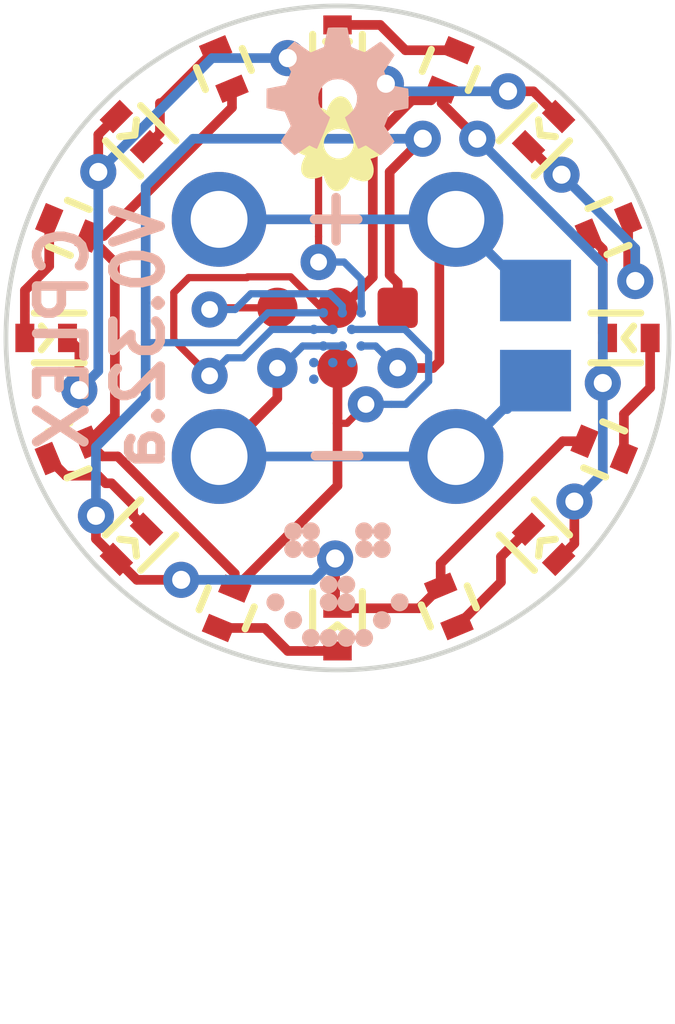
<source format=kicad_pcb>
(kicad_pcb (version 4) (host pcbnew "(2016-04-17 BZR 6697, Git 6120472)-product")

  (general
    (links 38)
    (no_connects 0)
    (area 67.949999 54.949999 82.050001 69.050001)
    (thickness 1.6)
    (drawings 7)
    (tracks 182)
    (zones 0)
    (modules 26)
    (nets 16)
  )

  (page User 150.012 150.012)
  (title_block
    (title "Coat-Button (CPLEX)")
    (date 2016-04-25)
    (rev 0.32.a)
    (company "2016 - blog.spitzenpfeil.org")
  )

  (layers
    (0 F.Cu signal)
    (31 B.Cu signal)
    (34 B.Paste user)
    (35 F.Paste user)
    (36 B.SilkS user)
    (37 F.SilkS user)
    (38 B.Mask user)
    (39 F.Mask user)
    (40 Dwgs.User user)
    (41 Cmts.User user)
    (44 Edge.Cuts user)
  )

  (setup
    (last_trace_width 0.1524)
    (user_trace_width 0.1524)
    (user_trace_width 0.2032)
    (user_trace_width 0.3048)
    (user_trace_width 0.6096)
    (trace_clearance 0.1524)
    (zone_clearance 0.254)
    (zone_45_only no)
    (trace_min 0.1524)
    (segment_width 0.2)
    (edge_width 0.1)
    (via_size 0.762)
    (via_drill 0.3556)
    (via_min_size 0.635)
    (via_min_drill 0.3302)
    (uvia_size 0.508)
    (uvia_drill 0.127)
    (uvias_allowed no)
    (uvia_min_size 0.508)
    (uvia_min_drill 0.127)
    (pcb_text_width 0.3)
    (pcb_text_size 1.5 1.5)
    (mod_edge_width 0.1)
    (mod_text_size 1.5 1.5)
    (mod_text_width 0.15)
    (pad_size 0.2 0.2)
    (pad_drill 0)
    (pad_to_mask_clearance 0)
    (aux_axis_origin 0 0)
    (visible_elements FFFFFF7F)
    (pcbplotparams
      (layerselection 0x012fc_ffffffff)
      (usegerberextensions true)
      (excludeedgelayer true)
      (linewidth 0.150000)
      (plotframeref false)
      (viasonmask false)
      (mode 1)
      (useauxorigin false)
      (hpglpennumber 1)
      (hpglpenspeed 20)
      (hpglpendiameter 15)
      (psnegative false)
      (psa4output false)
      (plotreference true)
      (plotvalue true)
      (plotinvisibletext false)
      (padsonsilk false)
      (subtractmaskfromsilk true)
      (outputformat 1)
      (mirror false)
      (drillshape 0)
      (scaleselection 1)
      (outputdirectory gerber_files/))
  )

  (net 0 "")
  (net 1 GND)
  (net 2 VCC)
  (net 3 /CPLEX_3)
  (net 4 "Net-(D1-Pad2)")
  (net 5 "Net-(D2-Pad1)")
  (net 6 /CPLEX_2)
  (net 7 "Net-(D3-Pad2)")
  (net 8 "Net-(D4-Pad1)")
  (net 9 /CPLEX_1)
  (net 10 "Net-(D5-Pad2)")
  (net 11 "Net-(D6-Pad1)")
  (net 12 "Net-(D7-Pad2)")
  (net 13 "Net-(D8-Pad1)")
  (net 14 /RESET)
  (net 15 /CPLEX_0)

  (net_class Default "This is the default net class."
    (clearance 0.1524)
    (trace_width 0.1524)
    (via_dia 0.762)
    (via_drill 0.3556)
    (uvia_dia 0.508)
    (uvia_drill 0.127)
    (add_net /CPLEX_0)
    (add_net /CPLEX_1)
    (add_net /CPLEX_2)
    (add_net /CPLEX_3)
    (add_net /RESET)
    (add_net GND)
    (add_net "Net-(D1-Pad2)")
    (add_net "Net-(D2-Pad1)")
    (add_net "Net-(D3-Pad2)")
    (add_net "Net-(D4-Pad1)")
    (add_net "Net-(D5-Pad2)")
    (add_net "Net-(D6-Pad1)")
    (add_net "Net-(D7-Pad2)")
    (add_net "Net-(D8-Pad1)")
    (add_net VCC)
  )

  (module "my_parts:ATTINY20-UUR(WLCSP)" (layer B.Cu) (tedit 571E1F94) (tstamp 571E1925)
    (at 75 62)
    (path /571E188C)
    (solder_mask_margin 0.025)
    (fp_text reference IC1 (at 0 -1.7) (layer B.SilkS) hide
      (effects (font (size 1 1) (thickness 0.15)) (justify mirror))
    )
    (fp_text value ATTINY20-UUR (at 0 1.6) (layer B.Fab) hide
      (effects (font (size 1 1) (thickness 0.15)) (justify mirror))
    )
    (fp_circle (center 0 0) (end 0.02 -0.02) (layer Dwgs.User) (width 0.01))
    (pad D2 smd circle (at -0.3 -0.53) (size 0.2 0.2) (layers B.Cu B.Paste B.Mask)
      (net 9 /CPLEX_1))
    (pad D4 smd circle (at 0.1 -0.53) (size 0.2 0.2) (layers B.Cu B.Paste B.Mask)
      (net 14 /RESET))
    (pad D6 smd circle (at 0.5 -0.53) (size 0.2 0.2) (layers B.Cu B.Paste B.Mask)
      (net 3 /CPLEX_3))
    (pad C1 smd circle (at -0.5 -0.18) (size 0.2 0.2) (layers B.Cu B.Paste B.Mask)
      (net 6 /CPLEX_2))
    (pad C3 smd circle (at -0.1 -0.18) (size 0.2 0.2) (layers B.Cu B.Paste B.Mask)
      (net 6 /CPLEX_2))
    (pad C5 smd circle (at 0.3 -0.18) (size 0.2 0.2) (layers B.Cu B.Paste B.Mask)
      (net 15 /CPLEX_0))
    (pad B2 smd circle (at -0.3 0.17) (size 0.2 0.2) (layers B.Cu B.Paste B.Mask)
      (net 1 GND))
    (pad B4 smd circle (at 0.1 0.17) (size 0.2 0.2) (layers B.Cu B.Paste B.Mask)
      (net 1 GND))
    (pad B6 smd circle (at 0.5 0.17) (size 0.2 0.2) (layers B.Cu B.Paste B.Mask)
      (net 2 VCC))
    (pad A1 smd circle (at -0.5 0.87) (size 0.2 0.2) (layers B.Cu))
    (pad A3 smd circle (at -0.1 0.52) (size 0.2 0.2) (layers B.Cu B.Paste B.Mask))
    (pad A5 smd circle (at 0.3 0.52) (size 0.2 0.2) (layers B.Cu B.Paste B.Mask))
    (pad A1 smd circle (at -0.5 0.52) (size 0.2 0.2) (layers B.Cu B.Paste B.Mask))
  )

  (module DIL-Headers:DIL-3_1.27mm (layer F.Cu) (tedit 571E1B1F) (tstamp 5235CBE4)
    (at 75 62)
    (descr "Male 3x2 header with 1.27mm raster")
    (tags "CONN, header, male, 3x2, 1.27mm")
    (path /5235BA34)
    (clearance 0.15)
    (fp_text reference JP1 (at 0 -3.1) (layer F.SilkS) hide
      (effects (font (size 1 1) (thickness 0.2)))
    )
    (fp_text value AVR_ISP (at 0 3.3) (layer F.SilkS) hide
      (effects (font (size 1 1) (thickness 0.2)))
    )
    (pad 6 thru_hole circle (at -1.27 0.635) (size 0.85 0.85) (drill 0.35) (layers *.Cu F.Mask)
      (net 1 GND))
    (pad 5 smd circle (at -1.27 -0.635) (size 0.85 0.85) (layers F.Cu F.Mask)
      (net 14 /RESET))
    (pad 4 smd circle (at 0 0.635) (size 0.85 0.85) (layers F.Cu F.Mask)
      (net 15 /CPLEX_0))
    (pad 3 smd circle (at 0 -0.635) (size 0.85 0.85) (layers F.Cu F.Mask)
      (net 6 /CPLEX_2))
    (pad 2 thru_hole circle (at 1.27 0.635) (size 0.85 0.85) (drill 0.35) (layers *.Cu F.Mask)
      (net 2 VCC))
    (pad 1 smd roundrect (at 1.27 -0.635) (size 0.85 0.85) (layers F.Cu F.Mask)(roundrect_rratio 0.15)
      (net 9 /CPLEX_1))
  )

  (module Resistors_SMD:R_0402 (layer F.Cu) (tedit 5415CBB8) (tstamp 571097FF)
    (at 77.37 56.35 247.5)
    (descr "Resistor SMD 0402, reflow soldering, Vishay (see dcrcw.pdf)")
    (tags "resistor 0402")
    (path /57069E06)
    (attr smd)
    (fp_text reference R1 (at 0 -1.8 247.5) (layer F.SilkS) hide
      (effects (font (size 1 1) (thickness 0.15)))
    )
    (fp_text value R (at 0 1.8 247.5) (layer F.Fab) hide
      (effects (font (size 1 1) (thickness 0.15)))
    )
    (fp_line (start -0.95 -0.65) (end 0.95 -0.65) (layer F.CrtYd) (width 0.05))
    (fp_line (start -0.95 0.65) (end 0.95 0.65) (layer F.CrtYd) (width 0.05))
    (fp_line (start -0.95 -0.65) (end -0.95 0.65) (layer F.CrtYd) (width 0.05))
    (fp_line (start 0.95 -0.65) (end 0.95 0.65) (layer F.CrtYd) (width 0.05))
    (fp_line (start 0.25 -0.525) (end -0.25 -0.525) (layer F.SilkS) (width 0.15))
    (fp_line (start -0.25 0.525) (end 0.25 0.525) (layer F.SilkS) (width 0.15))
    (pad 1 smd rect (at -0.45 0 247.5) (size 0.4 0.6) (layers F.Cu F.Paste F.Mask)
      (net 4 "Net-(D1-Pad2)"))
    (pad 2 smd rect (at 0.45 0 247.5) (size 0.4 0.6) (layers F.Cu F.Paste F.Mask)
      (net 6 /CPLEX_2))
    (model Resistors_SMD.3dshapes/R_0402.wrl
      (at (xyz 0 0 0))
      (scale (xyz 1 1 1))
      (rotate (xyz 0 0 0))
    )
  )

  (module Resistors_SMD:R_0402 (layer F.Cu) (tedit 5415CBB8) (tstamp 57109804)
    (at 80.72 59.66 202.5)
    (descr "Resistor SMD 0402, reflow soldering, Vishay (see dcrcw.pdf)")
    (tags "resistor 0402")
    (path /57069E54)
    (attr smd)
    (fp_text reference R2 (at 0 -1.8 202.5) (layer F.SilkS) hide
      (effects (font (size 1 1) (thickness 0.15)))
    )
    (fp_text value R (at 0 1.8 202.5) (layer F.Fab) hide
      (effects (font (size 1 1) (thickness 0.15)))
    )
    (fp_line (start -0.95 -0.65) (end 0.95 -0.65) (layer F.CrtYd) (width 0.05))
    (fp_line (start -0.95 0.65) (end 0.95 0.65) (layer F.CrtYd) (width 0.05))
    (fp_line (start -0.95 -0.65) (end -0.95 0.65) (layer F.CrtYd) (width 0.05))
    (fp_line (start 0.95 -0.65) (end 0.95 0.65) (layer F.CrtYd) (width 0.05))
    (fp_line (start 0.25 -0.525) (end -0.25 -0.525) (layer F.SilkS) (width 0.15))
    (fp_line (start -0.25 0.525) (end 0.25 0.525) (layer F.SilkS) (width 0.15))
    (pad 1 smd rect (at -0.45 0 202.5) (size 0.4 0.6) (layers F.Cu F.Paste F.Mask)
      (net 5 "Net-(D2-Pad1)"))
    (pad 2 smd rect (at 0.45 0 202.5) (size 0.4 0.6) (layers F.Cu F.Paste F.Mask)
      (net 6 /CPLEX_2))
    (model Resistors_SMD.3dshapes/R_0402.wrl
      (at (xyz 0 0 0))
      (scale (xyz 1 1 1))
      (rotate (xyz 0 0 0))
    )
  )

  (module Resistors_SMD:R_0402 (layer F.Cu) (tedit 5415CBB8) (tstamp 57109809)
    (at 80.63 64.35 157.5)
    (descr "Resistor SMD 0402, reflow soldering, Vishay (see dcrcw.pdf)")
    (tags "resistor 0402")
    (path /5706A28D)
    (attr smd)
    (fp_text reference R3 (at 0 -1.8 157.5) (layer F.SilkS) hide
      (effects (font (size 1 1) (thickness 0.15)))
    )
    (fp_text value R (at 0 1.8 157.5) (layer F.Fab) hide
      (effects (font (size 1 1) (thickness 0.15)))
    )
    (fp_line (start -0.95 -0.65) (end 0.95 -0.65) (layer F.CrtYd) (width 0.05))
    (fp_line (start -0.95 0.65) (end 0.95 0.65) (layer F.CrtYd) (width 0.05))
    (fp_line (start -0.95 -0.65) (end -0.95 0.65) (layer F.CrtYd) (width 0.05))
    (fp_line (start 0.95 -0.65) (end 0.95 0.65) (layer F.CrtYd) (width 0.05))
    (fp_line (start 0.25 -0.525) (end -0.25 -0.525) (layer F.SilkS) (width 0.15))
    (fp_line (start -0.25 0.525) (end 0.25 0.525) (layer F.SilkS) (width 0.15))
    (pad 1 smd rect (at -0.45 0 157.5) (size 0.4 0.6) (layers F.Cu F.Paste F.Mask)
      (net 7 "Net-(D3-Pad2)"))
    (pad 2 smd rect (at 0.45 0 157.5) (size 0.4 0.6) (layers F.Cu F.Paste F.Mask)
      (net 9 /CPLEX_1))
    (model Resistors_SMD.3dshapes/R_0402.wrl
      (at (xyz 0 0 0))
      (scale (xyz 1 1 1))
      (rotate (xyz 0 0 0))
    )
  )

  (module Resistors_SMD:R_0402 (layer F.Cu) (tedit 57109880) (tstamp 5710980E)
    (at 77.35 67.66 112.5)
    (descr "Resistor SMD 0402, reflow soldering, Vishay (see dcrcw.pdf)")
    (tags "resistor 0402")
    (path /5706A293)
    (attr smd)
    (fp_text reference R4 (at 0 -1.8 112.5) (layer F.SilkS) hide
      (effects (font (size 1 1) (thickness 0.15)))
    )
    (fp_text value R (at 0 1.8 112.5) (layer F.Fab) hide
      (effects (font (size 1 1) (thickness 0.15)))
    )
    (fp_line (start -0.95 -0.65) (end 0.95 -0.65) (layer F.CrtYd) (width 0.05))
    (fp_line (start -0.95 0.65) (end 0.95 0.65) (layer F.CrtYd) (width 0.05))
    (fp_line (start -0.95 -0.65) (end -0.95 0.65) (layer F.CrtYd) (width 0.05))
    (fp_line (start 0.95 -0.65) (end 0.95 0.65) (layer F.CrtYd) (width 0.05))
    (fp_line (start 0.25 -0.525) (end -0.25 -0.525) (layer F.SilkS) (width 0.15))
    (fp_line (start -0.25 0.525) (end 0.25 0.525) (layer F.SilkS) (width 0.15))
    (pad 1 smd rect (at -0.45 0 112.5) (size 0.4 0.6) (layers F.Cu F.Paste F.Mask)
      (net 8 "Net-(D4-Pad1)"))
    (pad 2 smd rect (at 0.45 0 112.5) (size 0.4 0.6) (layers F.Cu F.Paste F.Mask)
      (net 9 /CPLEX_1))
    (model Resistors_SMD.3dshapes/R_0402.wrl
      (at (xyz 0 0 0))
      (scale (xyz 1 1 1))
      (rotate (xyz 0 0 0))
    )
  )

  (module Resistors_SMD:R_0402 (layer F.Cu) (tedit 5415CBB8) (tstamp 57109813)
    (at 72.66 67.7 67.5)
    (descr "Resistor SMD 0402, reflow soldering, Vishay (see dcrcw.pdf)")
    (tags "resistor 0402")
    (path /5706A654)
    (attr smd)
    (fp_text reference R5 (at 0 -1.8 67.5) (layer F.SilkS) hide
      (effects (font (size 1 1) (thickness 0.15)))
    )
    (fp_text value R (at 0 1.8 67.5) (layer F.Fab) hide
      (effects (font (size 1 1) (thickness 0.15)))
    )
    (fp_line (start -0.95 -0.65) (end 0.95 -0.65) (layer F.CrtYd) (width 0.05))
    (fp_line (start -0.95 0.65) (end 0.95 0.65) (layer F.CrtYd) (width 0.05))
    (fp_line (start -0.95 -0.65) (end -0.95 0.65) (layer F.CrtYd) (width 0.05))
    (fp_line (start 0.95 -0.65) (end 0.95 0.65) (layer F.CrtYd) (width 0.05))
    (fp_line (start 0.25 -0.525) (end -0.25 -0.525) (layer F.SilkS) (width 0.15))
    (fp_line (start -0.25 0.525) (end 0.25 0.525) (layer F.SilkS) (width 0.15))
    (pad 1 smd rect (at -0.45 0 67.5) (size 0.4 0.6) (layers F.Cu F.Paste F.Mask)
      (net 10 "Net-(D5-Pad2)"))
    (pad 2 smd rect (at 0.45 0 67.5) (size 0.4 0.6) (layers F.Cu F.Paste F.Mask)
      (net 15 /CPLEX_0))
    (model Resistors_SMD.3dshapes/R_0402.wrl
      (at (xyz 0 0 0))
      (scale (xyz 1 1 1))
      (rotate (xyz 0 0 0))
    )
  )

  (module Resistors_SMD:R_0402 (layer F.Cu) (tedit 5415CBB8) (tstamp 57109818)
    (at 69.32 64.37 22.5)
    (descr "Resistor SMD 0402, reflow soldering, Vishay (see dcrcw.pdf)")
    (tags "resistor 0402")
    (path /5706A65A)
    (attr smd)
    (fp_text reference R6 (at 0 -1.8 22.5) (layer F.SilkS) hide
      (effects (font (size 1 1) (thickness 0.15)))
    )
    (fp_text value R (at 0 1.8 22.5) (layer F.Fab) hide
      (effects (font (size 1 1) (thickness 0.15)))
    )
    (fp_line (start -0.95 -0.65) (end 0.95 -0.65) (layer F.CrtYd) (width 0.05))
    (fp_line (start -0.95 0.65) (end 0.95 0.65) (layer F.CrtYd) (width 0.05))
    (fp_line (start -0.95 -0.65) (end -0.95 0.65) (layer F.CrtYd) (width 0.05))
    (fp_line (start 0.95 -0.65) (end 0.95 0.65) (layer F.CrtYd) (width 0.05))
    (fp_line (start 0.25 -0.525) (end -0.25 -0.525) (layer F.SilkS) (width 0.15))
    (fp_line (start -0.25 0.525) (end 0.25 0.525) (layer F.SilkS) (width 0.15))
    (pad 1 smd rect (at -0.45 0 22.5) (size 0.4 0.6) (layers F.Cu F.Paste F.Mask)
      (net 11 "Net-(D6-Pad1)"))
    (pad 2 smd rect (at 0.45 0 22.5) (size 0.4 0.6) (layers F.Cu F.Paste F.Mask)
      (net 15 /CPLEX_0))
    (model Resistors_SMD.3dshapes/R_0402.wrl
      (at (xyz 0 0 0))
      (scale (xyz 1 1 1))
      (rotate (xyz 0 0 0))
    )
  )

  (module Resistors_SMD:R_0402 (layer F.Cu) (tedit 5415CBB8) (tstamp 5710981D)
    (at 69.33 59.68 337.5)
    (descr "Resistor SMD 0402, reflow soldering, Vishay (see dcrcw.pdf)")
    (tags "resistor 0402")
    (path /5706CF0F)
    (attr smd)
    (fp_text reference R7 (at 0 -1.8 337.5) (layer F.SilkS) hide
      (effects (font (size 1 1) (thickness 0.15)))
    )
    (fp_text value R (at 0 1.8 337.5) (layer F.Fab) hide
      (effects (font (size 1 1) (thickness 0.15)))
    )
    (fp_line (start -0.95 -0.65) (end 0.95 -0.65) (layer F.CrtYd) (width 0.05))
    (fp_line (start -0.95 0.65) (end 0.95 0.65) (layer F.CrtYd) (width 0.05))
    (fp_line (start -0.95 -0.65) (end -0.95 0.65) (layer F.CrtYd) (width 0.05))
    (fp_line (start 0.95 -0.65) (end 0.95 0.65) (layer F.CrtYd) (width 0.05))
    (fp_line (start 0.25 -0.525) (end -0.25 -0.525) (layer F.SilkS) (width 0.15))
    (fp_line (start -0.25 0.525) (end 0.25 0.525) (layer F.SilkS) (width 0.15))
    (pad 1 smd rect (at -0.45 0 337.5) (size 0.4 0.6) (layers F.Cu F.Paste F.Mask)
      (net 12 "Net-(D7-Pad2)"))
    (pad 2 smd rect (at 0.45 0 337.5) (size 0.4 0.6) (layers F.Cu F.Paste F.Mask)
      (net 15 /CPLEX_0))
    (model Resistors_SMD.3dshapes/R_0402.wrl
      (at (xyz 0 0 0))
      (scale (xyz 1 1 1))
      (rotate (xyz 0 0 0))
    )
  )

  (module Resistors_SMD:R_0402 (layer F.Cu) (tedit 5415CBB8) (tstamp 57109822)
    (at 72.6 56.33 292.5)
    (descr "Resistor SMD 0402, reflow soldering, Vishay (see dcrcw.pdf)")
    (tags "resistor 0402")
    (path /5706CF3D)
    (attr smd)
    (fp_text reference R8 (at 0 -1.8 292.5) (layer F.SilkS) hide
      (effects (font (size 1 1) (thickness 0.15)))
    )
    (fp_text value R (at 0 1.8 292.5) (layer F.Fab) hide
      (effects (font (size 1 1) (thickness 0.15)))
    )
    (fp_line (start -0.95 -0.65) (end 0.95 -0.65) (layer F.CrtYd) (width 0.05))
    (fp_line (start -0.95 0.65) (end 0.95 0.65) (layer F.CrtYd) (width 0.05))
    (fp_line (start -0.95 -0.65) (end -0.95 0.65) (layer F.CrtYd) (width 0.05))
    (fp_line (start 0.95 -0.65) (end 0.95 0.65) (layer F.CrtYd) (width 0.05))
    (fp_line (start 0.25 -0.525) (end -0.25 -0.525) (layer F.SilkS) (width 0.15))
    (fp_line (start -0.25 0.525) (end 0.25 0.525) (layer F.SilkS) (width 0.15))
    (pad 1 smd rect (at -0.45 0 292.5) (size 0.4 0.6) (layers F.Cu F.Paste F.Mask)
      (net 13 "Net-(D8-Pad1)"))
    (pad 2 smd rect (at 0.45 0 292.5) (size 0.4 0.6) (layers F.Cu F.Paste F.Mask)
      (net 15 /CPLEX_0))
    (model Resistors_SMD.3dshapes/R_0402.wrl
      (at (xyz 0 0 0))
      (scale (xyz 1 1 1))
      (rotate (xyz 0 0 0))
    )
  )

  (module SIL-Headers:SIL-1 (layer F.Cu) (tedit 5706A3F0) (tstamp 52349179)
    (at 77.5 64.5)
    (tags "CONN DEV")
    (path /5235BB7A)
    (fp_text reference P4 (at 0 -2.54) (layer F.SilkS) hide
      (effects (font (size 1 1) (thickness 0.2)))
    )
    (fp_text value CONN_1 (at 0 2.54) (layer F.SilkS) hide
      (effects (font (size 1 1) (thickness 0.2)))
    )
    (pad 1 thru_hole circle (at 0 0) (size 2 2) (drill 1.2) (layers *.Cu *.Mask)
      (net 1 GND))
  )

  (module SIL-Headers:SIL-1 (layer F.Cu) (tedit 5706A3DC) (tstamp 52349185)
    (at 77.5 59.5)
    (tags "CONN DEV")
    (path /5235BB52)
    (fp_text reference P2 (at 0 -2.54) (layer F.SilkS) hide
      (effects (font (size 1 1) (thickness 0.2)))
    )
    (fp_text value CONN_1 (at 0 2.54) (layer F.SilkS) hide
      (effects (font (size 1 1) (thickness 0.2)))
    )
    (pad 1 thru_hole circle (at 0 0) (size 2 2) (drill 1.2) (layers *.Cu *.Mask)
      (net 2 VCC))
  )

  (module SIL-Headers:SIL-1 (layer F.Cu) (tedit 5706A3C8) (tstamp 52349191)
    (at 72.5 59.5)
    (tags "CONN DEV")
    (path /5235BB3E)
    (fp_text reference P1 (at 0 -2.54) (layer F.SilkS) hide
      (effects (font (size 1 1) (thickness 0.2)))
    )
    (fp_text value CONN_1 (at 0 2.54) (layer F.SilkS) hide
      (effects (font (size 1 1) (thickness 0.2)))
    )
    (pad 1 thru_hole circle (at 0 0) (size 2 2) (drill 1.2) (layers *.Cu *.Mask)
      (net 2 VCC))
  )

  (module SIL-Headers:SIL-1 (layer F.Cu) (tedit 5706A3B4) (tstamp 5234917F)
    (at 72.5 64.5)
    (tags "CONN DEV")
    (path /5235BB66)
    (fp_text reference P3 (at 0 -2.54) (layer F.SilkS) hide
      (effects (font (size 1 1) (thickness 0.2)))
    )
    (fp_text value CONN_1 (at 0 2.54) (layer F.SilkS) hide
      (effects (font (size 1 1) (thickness 0.2)))
    )
    (pad 1 thru_hole circle (at 0 0) (size 2 2) (drill 1.2) (layers *.Cu *.Mask)
      (net 1 GND))
  )

  (module my_parts:MADW__C0805 (layer B.Cu) (tedit 5706A0B6) (tstamp 525C3EE2)
    (at 79.18 61.95 270)
    (descr CAPACITOR)
    (tags CAPACITOR)
    (path /5235BA31)
    (attr smd)
    (fp_text reference C1 (at 0 1.92 270) (layer B.SilkS) hide
      (effects (font (size 1 1) (thickness 0.2)) (justify mirror))
    )
    (fp_text value 4.7µF (at 0 -2.2 270) (layer B.SilkS) hide
      (effects (font (size 1 1) (thickness 0.2)) (justify mirror))
    )
    (fp_line (start 0.2 0.4) (end 0.2 -0.4) (layer Dwgs.User) (width 0.1))
    (fp_line (start -0.2 0.4) (end -0.2 -0.4) (layer Dwgs.User) (width 0.1))
    (fp_line (start -0.2 0) (end -0.6 0) (layer Dwgs.User) (width 0.1))
    (fp_line (start 0.2 0) (end 0.6 0) (layer Dwgs.User) (width 0.1))
    (fp_line (start -1 0.63) (end 1 0.63) (layer Dwgs.User) (width 0.2))
    (fp_line (start 1 0.63) (end 1 -0.63) (layer Dwgs.User) (width 0.2))
    (fp_line (start 1 -0.63) (end -1 -0.63) (layer Dwgs.User) (width 0.2))
    (fp_line (start -1 -0.63) (end -1 0.63) (layer Dwgs.User) (width 0.2))
    (pad 1 smd rect (at -0.94996 0 270) (size 1.29794 1.4986) (layers B.Cu B.Paste B.Mask)
      (net 2 VCC))
    (pad 2 smd rect (at 0.94996 0 270) (size 1.29794 1.4986) (layers B.Cu B.Paste B.Mask)
      (net 1 GND))
  )

  (module OSHW-logo_silkscreen_3mm locked (layer B.Cu) (tedit 523B175C) (tstamp 5235E227)
    (at 75 56.8)
    (fp_text reference G1 (at 0 -1.59004) (layer B.SilkS) hide
      (effects (font (size 0.13462 0.13462) (thickness 0.0254)) (justify mirror))
    )
    (fp_text value OSHW-logo_silkscreen_3mm (at 0 1.59004) (layer B.SilkS) hide
      (effects (font (size 0.13462 0.13462) (thickness 0.0254)) (justify mirror))
    )
    (fp_poly (pts (xy -0.90932 1.3462) (xy -0.89154 1.33858) (xy -0.85852 1.31572) (xy -0.80772 1.2827)
      (xy -0.7493 1.2446) (xy -0.68834 1.20396) (xy -0.64008 1.17094) (xy -0.60452 1.14808)
      (xy -0.59182 1.14046) (xy -0.5842 1.143) (xy -0.55626 1.15824) (xy -0.51562 1.17856)
      (xy -0.49022 1.19126) (xy -0.45212 1.2065) (xy -0.43434 1.21158) (xy -0.4318 1.2065)
      (xy -0.41656 1.17602) (xy -0.39624 1.12776) (xy -0.3683 1.06172) (xy -0.33528 0.98552)
      (xy -0.29972 0.90424) (xy -0.2667 0.82042) (xy -0.23368 0.74168) (xy -0.2032 0.66802)
      (xy -0.18034 0.6096) (xy -0.1651 0.56896) (xy -0.15748 0.55118) (xy -0.16002 0.54864)
      (xy -0.1778 0.53086) (xy -0.21082 0.50546) (xy -0.28194 0.44704) (xy -0.35306 0.36068)
      (xy -0.39624 0.26162) (xy -0.40894 0.14986) (xy -0.39878 0.04826) (xy -0.35814 -0.04826)
      (xy -0.28956 -0.13716) (xy -0.20574 -0.2032) (xy -0.10922 -0.24384) (xy 0 -0.25654)
      (xy 0.10414 -0.24638) (xy 0.2032 -0.20574) (xy 0.2921 -0.1397) (xy 0.3302 -0.09652)
      (xy 0.381 -0.00508) (xy 0.41148 0.0889) (xy 0.41402 0.11176) (xy 0.40894 0.21844)
      (xy 0.37846 0.32004) (xy 0.32258 0.40894) (xy 0.24638 0.4826) (xy 0.23622 0.49022)
      (xy 0.20066 0.51816) (xy 0.17526 0.53594) (xy 0.15748 0.55118) (xy 0.2921 0.87376)
      (xy 0.31242 0.92456) (xy 0.35052 1.01346) (xy 0.381 1.08966) (xy 0.40894 1.15062)
      (xy 0.42672 1.19126) (xy 0.43434 1.2065) (xy 0.43434 1.2065) (xy 0.44704 1.20904)
      (xy 0.4699 1.20142) (xy 0.51562 1.17856) (xy 0.5461 1.16332) (xy 0.57912 1.14808)
      (xy 0.59436 1.14046) (xy 0.6096 1.14808) (xy 0.64262 1.1684) (xy 0.68834 1.20142)
      (xy 0.74676 1.23952) (xy 0.80264 1.27762) (xy 0.85344 1.31064) (xy 0.889 1.33604)
      (xy 0.90678 1.34366) (xy 0.90932 1.34366) (xy 0.9271 1.33604) (xy 0.95504 1.31064)
      (xy 0.99822 1.27) (xy 1.06172 1.20904) (xy 1.07188 1.19888) (xy 1.12268 1.14808)
      (xy 1.16332 1.10236) (xy 1.19126 1.07188) (xy 1.20142 1.05918) (xy 1.20142 1.05918)
      (xy 1.19126 1.0414) (xy 1.1684 1.0033) (xy 1.13538 0.9525) (xy 1.09474 0.89154)
      (xy 0.98806 0.7366) (xy 1.04648 0.59182) (xy 1.06426 0.5461) (xy 1.08712 0.49022)
      (xy 1.1049 0.45212) (xy 1.11252 0.43434) (xy 1.1303 0.42926) (xy 1.1684 0.4191)
      (xy 1.22682 0.40894) (xy 1.29794 0.39624) (xy 1.36398 0.38354) (xy 1.4224 0.37084)
      (xy 1.46558 0.36322) (xy 1.4859 0.36068) (xy 1.49098 0.3556) (xy 1.49352 0.34798)
      (xy 1.49606 0.32766) (xy 1.4986 0.28956) (xy 1.4986 0.23368) (xy 1.4986 0.14986)
      (xy 1.4986 0.14224) (xy 1.4986 0.0635) (xy 1.49606 0) (xy 1.49352 -0.0381)
      (xy 1.49098 -0.05588) (xy 1.49098 -0.05588) (xy 1.4732 -0.06096) (xy 1.43002 -0.06858)
      (xy 1.3716 -0.08128) (xy 1.30048 -0.09398) (xy 1.2954 -0.09398) (xy 1.22428 -0.10922)
      (xy 1.16586 -0.12192) (xy 1.12268 -0.12954) (xy 1.1049 -0.13716) (xy 1.10236 -0.14224)
      (xy 1.08712 -0.17018) (xy 1.0668 -0.21336) (xy 1.04394 -0.2667) (xy 1.02108 -0.32258)
      (xy 1.00076 -0.37338) (xy 0.98806 -0.40894) (xy 0.98298 -0.42672) (xy 0.98298 -0.42672)
      (xy 0.99314 -0.4445) (xy 1.01854 -0.48006) (xy 1.0541 -0.53086) (xy 1.09474 -0.59182)
      (xy 1.09728 -0.5969) (xy 1.13792 -0.65786) (xy 1.17094 -0.70866) (xy 1.1938 -0.74422)
      (xy 1.20142 -0.75946) (xy 1.20142 -0.762) (xy 1.18872 -0.77978) (xy 1.15824 -0.8128)
      (xy 1.11252 -0.85852) (xy 1.06172 -0.91186) (xy 1.04394 -0.9271) (xy 0.98552 -0.98552)
      (xy 0.94488 -1.02108) (xy 0.91948 -1.0414) (xy 0.90932 -1.04648) (xy 0.90678 -1.04648)
      (xy 0.889 -1.03632) (xy 0.8509 -1.01092) (xy 0.8001 -0.97536) (xy 0.73914 -0.93472)
      (xy 0.7366 -0.93218) (xy 0.67564 -0.89154) (xy 0.62484 -0.85598) (xy 0.58928 -0.83312)
      (xy 0.57404 -0.8255) (xy 0.5715 -0.8255) (xy 0.54864 -0.83058) (xy 0.50546 -0.84582)
      (xy 0.45212 -0.86614) (xy 0.39624 -0.889) (xy 0.34544 -0.90932) (xy 0.30988 -0.9271)
      (xy 0.2921 -0.93726) (xy 0.28956 -0.93726) (xy 0.28448 -0.96012) (xy 0.27432 -1.00584)
      (xy 0.26162 -1.0668) (xy 0.24638 -1.14046) (xy 0.24384 -1.15062) (xy 0.23114 -1.22428)
      (xy 0.22098 -1.2827) (xy 0.21082 -1.32334) (xy 0.20828 -1.34112) (xy 0.19812 -1.34112)
      (xy 0.16256 -1.34366) (xy 0.10922 -1.3462) (xy 0.04318 -1.3462) (xy -0.02286 -1.3462)
      (xy -0.0889 -1.3462) (xy -0.14478 -1.34366) (xy -0.18542 -1.34112) (xy -0.2032 -1.33604)
      (xy -0.2032 -1.33604) (xy -0.20828 -1.31318) (xy -0.21844 -1.27) (xy -0.23114 -1.2065)
      (xy -0.24638 -1.13284) (xy -0.24892 -1.12014) (xy -0.26162 -1.04902) (xy -0.27432 -0.9906)
      (xy -0.28194 -0.94996) (xy -0.28702 -0.93472) (xy -0.2921 -0.93218) (xy -0.32258 -0.91694)
      (xy -0.37084 -0.89916) (xy -0.42926 -0.87376) (xy -0.56642 -0.81788) (xy -0.73406 -0.93472)
      (xy -0.7493 -0.94488) (xy -0.81026 -0.98552) (xy -0.86106 -1.01854) (xy -0.89662 -1.0414)
      (xy -0.90932 -1.04902) (xy -0.91186 -1.04902) (xy -0.9271 -1.03378) (xy -0.96012 -1.0033)
      (xy -1.00584 -0.95758) (xy -1.05918 -0.90678) (xy -1.09982 -0.86614) (xy -1.14554 -0.82042)
      (xy -1.17348 -0.7874) (xy -1.19126 -0.76708) (xy -1.19634 -0.75438) (xy -1.1938 -0.74676)
      (xy -1.18364 -0.72898) (xy -1.15824 -0.69342) (xy -1.12522 -0.64008) (xy -1.08458 -0.58166)
      (xy -1.04902 -0.53086) (xy -1.01346 -0.47498) (xy -0.9906 -0.43434) (xy -0.98044 -0.41656)
      (xy -0.98298 -0.4064) (xy -0.99568 -0.37338) (xy -1.016 -0.32512) (xy -1.0414 -0.26416)
      (xy -1.09982 -0.13208) (xy -1.18618 -0.1143) (xy -1.23952 -0.10414) (xy -1.31318 -0.09144)
      (xy -1.3843 -0.0762) (xy -1.49606 -0.05588) (xy -1.4986 0.34798) (xy -1.48082 0.3556)
      (xy -1.46558 0.36068) (xy -1.42494 0.37084) (xy -1.36652 0.381) (xy -1.29794 0.3937)
      (xy -1.23698 0.4064) (xy -1.17856 0.41656) (xy -1.13538 0.42418) (xy -1.1176 0.42926)
      (xy -1.11252 0.43434) (xy -1.09728 0.46482) (xy -1.07696 0.51054) (xy -1.0541 0.56388)
      (xy -1.0287 0.6223) (xy -1.00838 0.6731) (xy -0.99314 0.71374) (xy -0.98806 0.73406)
      (xy -0.99568 0.7493) (xy -1.01854 0.78486) (xy -1.05156 0.83566) (xy -1.0922 0.89408)
      (xy -1.13284 0.9525) (xy -1.16586 1.0033) (xy -1.19126 1.03886) (xy -1.19888 1.05664)
      (xy -1.1938 1.0668) (xy -1.17094 1.09474) (xy -1.12776 1.14046) (xy -1.06172 1.2065)
      (xy -1.04902 1.21666) (xy -0.99822 1.26746) (xy -0.9525 1.3081) (xy -0.92202 1.33604)
      (xy -0.90932 1.3462)) (layer B.SilkS) (width 0.00254))
  )

  (module LED_smile_silkscreen_3mm locked (layer B.Cu) (tedit 523B1762) (tstamp 5235E251)
    (at 75 67.2)
    (fp_text reference G2 (at 0 -1.7272) (layer B.SilkS) hide
      (effects (font (size 0.127 0.127) (thickness 0.00762)) (justify mirror))
    )
    (fp_text value LED_smile_silkscreen_3mm (at 0 1.7272) (layer B.SilkS) hide
      (effects (font (size 0.0381 0.0381) (thickness 0.00762)) (justify mirror))
    )
    (fp_poly (pts (xy 0.56642 1.31064) (xy 0.60452 1.30556) (xy 0.63754 1.2954) (xy 0.65278 1.28778)
      (xy 0.6858 1.26492) (xy 0.7112 1.23698) (xy 0.72898 1.2065) (xy 0.74168 1.17094)
      (xy 0.7493 1.13538) (xy 0.74676 1.09728) (xy 0.73914 1.06172) (xy 0.72136 1.02616)
      (xy 0.7112 1.01092) (xy 0.69596 0.99314) (xy 0.67818 0.9779) (xy 0.66294 0.9652)
      (xy 0.65786 0.96266) (xy 0.62484 0.94742) (xy 0.59182 0.9398) (xy 0.55372 0.93726)
      (xy 0.54102 0.93726) (xy 0.5207 0.9398) (xy 0.50292 0.94488) (xy 0.4826 0.95504)
      (xy 0.45974 0.9652) (xy 0.42926 0.9906) (xy 0.4064 1.02108) (xy 0.38608 1.0541)
      (xy 0.381 1.06934) (xy 0.37592 1.08966) (xy 0.37338 1.10236) (xy 0.37338 1.1049)
      (xy 0.37338 1.1049) (xy 0.37338 1.09728) (xy 0.37338 1.09728) (xy 0.36576 1.07188)
      (xy 0.35814 1.04902) (xy 0.34544 1.02616) (xy 0.32512 0.99822) (xy 0.29718 0.97282)
      (xy 0.26416 0.9525) (xy 0.22606 0.9398) (xy 0.18796 0.93726) (xy 0.1778 0.93726)
      (xy 0.14732 0.9398) (xy 0.11938 0.94742) (xy 0.1143 0.94996) (xy 0.08128 0.96774)
      (xy 0.05334 0.9906) (xy 0.03048 1.02108) (xy 0.0127 1.05156) (xy 0.00254 1.08458)
      (xy 0.00254 1.08712) (xy 0 1.09474) (xy 0 1.09982) (xy 0 1.09982)
      (xy 0 1.09474) (xy -0.00254 1.08458) (xy -0.00254 1.08204) (xy -0.01524 1.04902)
      (xy -0.03302 1.016) (xy -0.05588 0.98806) (xy -0.07874 0.97028) (xy -0.11176 0.9525)
      (xy -0.14732 0.9398) (xy -0.18796 0.93726) (xy -0.2159 0.9398) (xy -0.25146 0.94742)
      (xy -0.28702 0.9652) (xy -0.3175 0.98806) (xy -0.34036 1.01854) (xy -0.34544 1.02362)
      (xy -0.35306 1.03632) (xy -0.35814 1.04902) (xy -0.36068 1.05664) (xy -0.3683 1.07442)
      (xy -0.37084 1.08966) (xy -0.37338 1.10236) (xy -0.37338 1.1049) (xy -0.37338 1.1049)
      (xy -0.37592 1.09728) (xy -0.37846 1.07696) (xy -0.38862 1.05156) (xy -0.39878 1.0287)
      (xy -0.42164 0.99822) (xy -0.45212 0.97282) (xy -0.48514 0.9525) (xy -0.5207 0.9398)
      (xy -0.5588 0.93726) (xy -0.59436 0.9398) (xy -0.63246 0.94996) (xy -0.66548 0.96774)
      (xy -0.69596 0.99314) (xy -0.7112 1.01092) (xy -0.7239 1.03124) (xy -0.7366 1.0541)
      (xy -0.74168 1.07442) (xy -0.7493 1.11252) (xy -0.74676 1.14808) (xy -0.73914 1.18364)
      (xy -0.7239 1.21666) (xy -0.70358 1.2446) (xy -0.67818 1.27) (xy -0.6477 1.29032)
      (xy -0.61468 1.30302) (xy -0.57658 1.31064) (xy -0.5715 1.31064) (xy -0.5334 1.31064)
      (xy -0.49784 1.30048) (xy -0.46482 1.28524) (xy -0.45212 1.27508) (xy -0.42672 1.25476)
      (xy -0.40386 1.22682) (xy -0.38862 1.19888) (xy -0.38608 1.18872) (xy -0.381 1.17348)
      (xy -0.37592 1.1557) (xy -0.37338 1.143) (xy -0.37338 1.13538) (xy -0.37338 1.143)
      (xy -0.37338 1.15062) (xy -0.3683 1.16586) (xy -0.36322 1.18618) (xy -0.35814 1.20142)
      (xy -0.34798 1.2192) (xy -0.32512 1.24968) (xy -0.29718 1.27508) (xy -0.26416 1.2954)
      (xy -0.22606 1.3081) (xy -0.22098 1.3081) (xy -0.19558 1.31064) (xy -0.16764 1.31064)
      (xy -0.14224 1.30556) (xy -0.11684 1.29794) (xy -0.08382 1.28016) (xy -0.0508 1.25476)
      (xy -0.0508 1.25222) (xy -0.02794 1.22682) (xy -0.0127 1.1938) (xy -0.00254 1.16332)
      (xy -0.00254 1.16078) (xy 0 1.15316) (xy 0 1.14808) (xy 0 1.15062)
      (xy 0.00254 1.15824) (xy 0.00254 1.16078) (xy 0.00762 1.1811) (xy 0.01524 1.20142)
      (xy 0.02794 1.22174) (xy 0.04318 1.2446) (xy 0.07112 1.27254) (xy 0.10414 1.29286)
      (xy 0.14224 1.30556) (xy 0.14732 1.3081) (xy 0.17272 1.31064) (xy 0.20066 1.31064)
      (xy 0.22606 1.3081) (xy 0.24638 1.30048) (xy 0.28194 1.28524) (xy 0.31242 1.26238)
      (xy 0.33782 1.23444) (xy 0.35814 1.20142) (xy 0.36068 1.19126) (xy 0.3683 1.17348)
      (xy 0.37084 1.1557) (xy 0.37338 1.143) (xy 0.37338 1.143) (xy 0.37338 1.143)
      (xy 0.37592 1.15062) (xy 0.37592 1.15062) (xy 0.381 1.17348) (xy 0.39116 1.19888)
      (xy 0.40132 1.22174) (xy 0.4064 1.22936) (xy 0.42926 1.2573) (xy 0.45974 1.28016)
      (xy 0.49276 1.29794) (xy 0.52832 1.3081) (xy 0.56642 1.31064)) (layer B.SilkS) (width 0.00254))
    (fp_poly (pts (xy -0.94742 0.93726) (xy -0.92456 0.93472) (xy -0.90424 0.93472) (xy -0.87884 0.9271)
      (xy -0.84328 0.91186) (xy -0.8128 0.889) (xy -0.7874 0.86106) (xy -0.76708 0.82804)
      (xy -0.75438 0.79248) (xy -0.7493 0.75438) (xy -0.75184 0.71628) (xy -0.762 0.68072)
      (xy -0.77724 0.6477) (xy -0.80264 0.61722) (xy -0.83312 0.59182) (xy -0.84074 0.58674)
      (xy -0.87884 0.5715) (xy -0.9144 0.56134) (xy -0.95504 0.56134) (xy -0.99314 0.56896)
      (xy -1.02362 0.58166) (xy -1.05664 0.60452) (xy -1.08204 0.63246) (xy -1.1049 0.66548)
      (xy -1.1176 0.70358) (xy -1.12268 0.72136) (xy -1.12268 0.74676) (xy -1.12268 0.76962)
      (xy -1.12014 0.78994) (xy -1.1176 0.79756) (xy -1.10236 0.83566) (xy -1.08204 0.86868)
      (xy -1.05156 0.89662) (xy -1.01854 0.91694) (xy -1.0033 0.92456) (xy -0.98044 0.93218)
      (xy -0.96012 0.93472) (xy -0.94742 0.93726)) (layer B.SilkS) (width 0.00254))
    (fp_poly (pts (xy 0.9398 0.93726) (xy 0.9779 0.93218) (xy 1.016 0.91948) (xy 1.05156 0.89662)
      (xy 1.05918 0.89154) (xy 1.08458 0.8636) (xy 1.1049 0.83058) (xy 1.1176 0.79502)
      (xy 1.12268 0.7747) (xy 1.12268 0.75184) (xy 1.12268 0.72644) (xy 1.12014 0.70866)
      (xy 1.1176 0.6985) (xy 1.10236 0.6604) (xy 1.08204 0.62992) (xy 1.0541 0.60198)
      (xy 1.02108 0.58166) (xy 0.98552 0.56896) (xy 0.94742 0.56134) (xy 0.93218 0.56134)
      (xy 0.89408 0.56642) (xy 0.85852 0.57658) (xy 0.82804 0.5969) (xy 0.8001 0.61976)
      (xy 0.77724 0.65024) (xy 0.762 0.68326) (xy 0.75184 0.71882) (xy 0.7493 0.75692)
      (xy 0.75184 0.77978) (xy 0.75692 0.8001) (xy 0.76454 0.82296) (xy 0.77978 0.8509)
      (xy 0.80264 0.88138) (xy 0.83312 0.90424) (xy 0.86614 0.92202) (xy 0.9017 0.93218)
      (xy 0.9398 0.93726)) (layer B.SilkS) (width 0.00254))
    (fp_poly (pts (xy -1.3208 0.56134) (xy -1.2954 0.56134) (xy -1.27254 0.55626) (xy -1.2446 0.54864)
      (xy -1.21158 0.53086) (xy -1.17856 0.50546) (xy -1.15824 0.4826) (xy -1.14046 0.44958)
      (xy -1.12776 0.41402) (xy -1.12522 0.39878) (xy -1.12522 0.37592) (xy -1.12522 0.35306)
      (xy -1.12776 0.33528) (xy -1.1303 0.32258) (xy -1.14554 0.28702) (xy -1.16586 0.254)
      (xy -1.1938 0.22606) (xy -1.22936 0.20574) (xy -1.24206 0.20066) (xy -1.26492 0.1905)
      (xy -1.29032 0.18796) (xy -1.31826 0.18796) (xy -1.33604 0.18796) (xy -1.35636 0.1905)
      (xy -1.37414 0.19558) (xy -1.39446 0.20574) (xy -1.40716 0.21336) (xy -1.43764 0.23622)
      (xy -1.46304 0.26416) (xy -1.48336 0.29972) (xy -1.49606 0.33782) (xy -1.49606 0.34544)
      (xy -1.4986 0.3683) (xy -1.4986 0.39116) (xy -1.49606 0.41148) (xy -1.49352 0.42418)
      (xy -1.47828 0.45974) (xy -1.45542 0.49276) (xy -1.43002 0.5207) (xy -1.39446 0.54102)
      (xy -1.3589 0.55626) (xy -1.3462 0.5588) (xy -1.3208 0.56134)) (layer B.SilkS) (width 0.00254))
    (fp_poly (pts (xy 0.18288 0.56134) (xy 0.21844 0.5588) (xy 0.254 0.54864) (xy 0.27686 0.53848)
      (xy 0.30734 0.51562) (xy 0.33528 0.48768) (xy 0.3556 0.45466) (xy 0.3683 0.4191)
      (xy 0.37084 0.41148) (xy 0.37338 0.381) (xy 0.37338 0.35306) (xy 0.36576 0.32004)
      (xy 0.35052 0.28194) (xy 0.32766 0.25146) (xy 0.29972 0.22606) (xy 0.2667 0.20574)
      (xy 0.2286 0.1905) (xy 0.20574 0.18542) (xy 0.21844 0.18288) (xy 0.22098 0.18288)
      (xy 0.24638 0.17526) (xy 0.27432 0.16256) (xy 0.30226 0.14732) (xy 0.3048 0.14224)
      (xy 0.33274 0.11684) (xy 0.35306 0.08382) (xy 0.36576 0.04826) (xy 0.37338 0.0127)
      (xy 0.37338 -0.02286) (xy 0.36322 -0.05842) (xy 0.34798 -0.09398) (xy 0.34798 -0.09652)
      (xy 0.32258 -0.127) (xy 0.29464 -0.1524) (xy 0.26416 -0.17018) (xy 0.2286 -0.18034)
      (xy 0.19304 -0.18542) (xy 0.15748 -0.18288) (xy 0.12192 -0.17526) (xy 0.0889 -0.15748)
      (xy 0.05588 -0.13462) (xy 0.04064 -0.11684) (xy 0.02286 -0.0889) (xy 0.00762 -0.06096)
      (xy 0.00254 -0.03302) (xy 0 -0.0254) (xy 0 -0.02286) (xy 0 -0.0254)
      (xy -0.00254 -0.03302) (xy -0.00762 -0.05842) (xy -0.02032 -0.08382) (xy -0.03556 -0.10922)
      (xy -0.04572 -0.12192) (xy -0.07366 -0.14732) (xy -0.10668 -0.16764) (xy -0.14224 -0.18034)
      (xy -0.18034 -0.18542) (xy -0.21844 -0.18288) (xy -0.2413 -0.1778) (xy -0.27686 -0.16256)
      (xy -0.30734 -0.14224) (xy -0.33528 -0.1143) (xy -0.3556 -0.08128) (xy -0.3683 -0.04318)
      (xy -0.37084 -0.0254) (xy -0.37338 0.0127) (xy -0.36576 0.04826) (xy -0.35306 0.08382)
      (xy -0.33274 0.11684) (xy -0.3048 0.14224) (xy -0.27178 0.1651) (xy -0.25654 0.17272)
      (xy -0.23876 0.1778) (xy -0.22352 0.18288) (xy -0.21082 0.18542) (xy -0.21082 0.18542)
      (xy -0.21082 0.18542) (xy -0.21844 0.18796) (xy -0.23622 0.19304) (xy -0.26162 0.2032)
      (xy -0.28448 0.21336) (xy -0.29464 0.22098) (xy -0.32004 0.24384) (xy -0.3429 0.26924)
      (xy -0.35814 0.29718) (xy -0.3683 0.3302) (xy -0.37338 0.36322) (xy -0.37338 0.39624)
      (xy -0.37084 0.40132) (xy -0.36068 0.44196) (xy -0.3429 0.47498) (xy -0.3175 0.50546)
      (xy -0.29718 0.52578) (xy -0.26416 0.5461) (xy -0.22606 0.55626) (xy -0.21336 0.5588)
      (xy -0.19304 0.56134) (xy -0.17018 0.5588) (xy -0.14986 0.5588) (xy -0.13462 0.55372)
      (xy -0.12192 0.55118) (xy -0.08636 0.5334) (xy -0.05588 0.508) (xy -0.03048 0.47752)
      (xy -0.02032 0.46228) (xy -0.01016 0.43688) (xy -0.00254 0.41148) (xy -0.00254 0.41148)
      (xy 0 0.40132) (xy 0 0.39878) (xy 0 0.39878) (xy 0 0.34798)
      (xy 0 0.34798) (xy 0 0.34544) (xy -0.00254 0.33528) (xy -0.00254 0.33274)
      (xy -0.01524 0.29972) (xy -0.03302 0.2667) (xy -0.05588 0.23876) (xy -0.08382 0.2159)
      (xy -0.11684 0.20066) (xy -0.11938 0.19812) (xy -0.13462 0.19304) (xy -0.14986 0.1905)
      (xy -0.16764 0.18542) (xy -0.1524 0.18288) (xy -0.12954 0.1778) (xy -0.09652 0.16256)
      (xy -0.06604 0.14224) (xy -0.0381 0.1143) (xy -0.01778 0.08382) (xy -0.0127 0.06858)
      (xy -0.00508 0.04826) (xy -0.00254 0.03302) (xy 0 0.0254) (xy 0 0.02286)
      (xy 0 0.0254) (xy 0.00254 0.03302) (xy 0.00508 0.04572) (xy 0.01016 0.06604)
      (xy 0.01778 0.08382) (xy 0.03048 0.10414) (xy 0.05588 0.13208) (xy 0.08382 0.15494)
      (xy 0.11684 0.17272) (xy 0.1524 0.18288) (xy 0.16764 0.18542) (xy 0.1524 0.1905)
      (xy 0.14986 0.1905) (xy 0.13208 0.19304) (xy 0.11684 0.20066) (xy 0.1143 0.20066)
      (xy 0.08128 0.21844) (xy 0.05334 0.2413) (xy 0.03048 0.26924) (xy 0.0127 0.30226)
      (xy 0.00254 0.33528) (xy 0.00254 0.33528) (xy 0 0.34544) (xy 0 0.34798)
      (xy 0 0.39878) (xy 0 0.39878) (xy 0 0.40386) (xy 0.00254 0.41148)
      (xy 0.01016 0.43688) (xy 0.0254 0.4699) (xy 0.04826 0.50038) (xy 0.0762 0.52578)
      (xy 0.10922 0.54356) (xy 0.10922 0.54356) (xy 0.14478 0.55626) (xy 0.18288 0.56134)) (layer B.SilkS) (width 0.00254))
    (fp_poly (pts (xy 1.29794 0.56134) (xy 1.32842 0.56134) (xy 1.35636 0.55626) (xy 1.37414 0.55118)
      (xy 1.4097 0.5334) (xy 1.44018 0.51054) (xy 1.46558 0.4826) (xy 1.48336 0.44958)
      (xy 1.49352 0.41402) (xy 1.4986 0.37338) (xy 1.4986 0.35814) (xy 1.49098 0.32004)
      (xy 1.47574 0.28448) (xy 1.45288 0.24892) (xy 1.44526 0.24384) (xy 1.41986 0.22098)
      (xy 1.38938 0.2032) (xy 1.35636 0.1905) (xy 1.35382 0.1905) (xy 1.32588 0.18796)
      (xy 1.2954 0.18796) (xy 1.26746 0.1905) (xy 1.2573 0.19304) (xy 1.22174 0.20828)
      (xy 1.19126 0.23114) (xy 1.16586 0.25654) (xy 1.14554 0.28702) (xy 1.1303 0.32004)
      (xy 1.12522 0.35814) (xy 1.12522 0.39624) (xy 1.13284 0.43434) (xy 1.14554 0.46228)
      (xy 1.1684 0.49276) (xy 1.19634 0.5207) (xy 1.22682 0.54102) (xy 1.26492 0.55626)
      (xy 1.26746 0.55626) (xy 1.29794 0.56134)) (layer B.SilkS) (width 0.00254))
    (fp_poly (pts (xy -0.55626 -0.56134) (xy -0.51816 -0.56642) (xy -0.4826 -0.57912) (xy -0.46482 -0.58674)
      (xy -0.44958 -0.59944) (xy -0.4318 -0.61468) (xy -0.41148 -0.635) (xy -0.39116 -0.66802)
      (xy -0.37846 -0.70358) (xy -0.37592 -0.71374) (xy -0.37338 -0.73914) (xy -0.37338 -0.76454)
      (xy -0.37846 -0.7874) (xy -0.38862 -0.82042) (xy -0.40386 -0.85344) (xy -0.42672 -0.88138)
      (xy -0.4318 -0.88392) (xy -0.44958 -0.89916) (xy -0.4699 -0.91186) (xy -0.48768 -0.92202)
      (xy -0.4953 -0.92456) (xy -0.51054 -0.92964) (xy -0.52578 -0.93218) (xy -0.53594 -0.93472)
      (xy -0.54356 -0.93472) (xy -0.53594 -0.93726) (xy -0.52578 -0.9398) (xy -0.51562 -0.94234)
      (xy -0.50038 -0.94488) (xy -0.47244 -0.96012) (xy -0.4445 -0.97536) (xy -0.42418 -0.99568)
      (xy -0.4191 -1.00076) (xy -0.39624 -1.03378) (xy -0.381 -1.06934) (xy -0.37338 -1.1049)
      (xy -0.37338 -1.143) (xy -0.37592 -1.15316) (xy -0.38608 -1.19126) (xy -0.40386 -1.22428)
      (xy -0.42926 -1.2573) (xy -0.45212 -1.27508) (xy -0.48514 -1.2954) (xy -0.5207 -1.3081)
      (xy -0.52832 -1.3081) (xy -0.55372 -1.31064) (xy -0.57912 -1.31064) (xy -0.60452 -1.30556)
      (xy -0.62484 -1.30048) (xy -0.6604 -1.2827) (xy -0.69088 -1.25984) (xy -0.71374 -1.2319)
      (xy -0.73406 -1.19888) (xy -0.74422 -1.16332) (xy -0.74676 -1.15824) (xy -0.7493 -1.15062)
      (xy -0.7493 -1.14554) (xy -0.75184 -1.15062) (xy -0.75184 -1.15824) (xy -0.75438 -1.17348)
      (xy -0.762 -1.19126) (xy -0.76708 -1.2065) (xy -0.7747 -1.21666) (xy -0.79756 -1.24968)
      (xy -0.8255 -1.27508) (xy -0.85852 -1.2954) (xy -0.89408 -1.30556) (xy -0.93472 -1.31064)
      (xy -0.9652 -1.3081) (xy -1.00076 -1.30048) (xy -1.03378 -1.2827) (xy -1.0541 -1.27)
      (xy -1.08204 -1.24206) (xy -1.10236 -1.21158) (xy -1.1176 -1.17602) (xy -1.12268 -1.14046)
      (xy -1.12268 -1.10236) (xy -1.11506 -1.0668) (xy -1.09982 -1.03124) (xy -1.07696 -1.00076)
      (xy -1.04902 -0.97282) (xy -1.01346 -0.9525) (xy -0.97536 -0.9398) (xy -0.95504 -0.93472)
      (xy -0.96774 -0.93472) (xy -0.97536 -0.93218) (xy -1.00584 -0.92456) (xy -1.03378 -0.90932)
      (xy -1.06172 -0.889) (xy -1.08458 -0.86614) (xy -1.09728 -0.84582) (xy -1.10998 -0.82042)
      (xy -1.1176 -0.79502) (xy -1.12268 -0.7747) (xy -1.12268 -0.75184) (xy -1.12268 -0.72644)
      (xy -1.12014 -0.70866) (xy -1.11252 -0.6858) (xy -1.09474 -0.65024) (xy -1.07188 -0.61976)
      (xy -1.0414 -0.59436) (xy -1.00838 -0.57404) (xy -0.96774 -0.56388) (xy -0.95758 -0.56134)
      (xy -0.93472 -0.56134) (xy -0.91186 -0.56388) (xy -0.889 -0.56642) (xy -0.87376 -0.5715)
      (xy -0.8382 -0.58928) (xy -0.80772 -0.61214) (xy -0.78232 -0.64008) (xy -0.76454 -0.6731)
      (xy -0.75184 -0.7112) (xy -0.75184 -0.71374) (xy -0.7493 -0.7239) (xy -0.7493 -0.72136)
      (xy -0.7493 -0.7747) (xy -0.7493 -0.7747) (xy -0.75184 -0.78232) (xy -0.75184 -0.78486)
      (xy -0.75946 -0.81026) (xy -0.76962 -0.83566) (xy -0.78486 -0.86106) (xy -0.79756 -0.87376)
      (xy -0.8255 -0.9017) (xy -0.86106 -0.91948) (xy -0.89916 -0.93218) (xy -0.91694 -0.93726)
      (xy -0.90424 -0.9398) (xy -0.89154 -0.94234) (xy -0.88138 -0.94488) (xy -0.87376 -0.94742)
      (xy -0.8382 -0.96266) (xy -0.80772 -0.98806) (xy -0.78232 -1.016) (xy -0.76454 -1.04902)
      (xy -0.75184 -1.08458) (xy -0.75184 -1.0922) (xy -0.7493 -1.09728) (xy -0.74676 -1.09474)
      (xy -0.74422 -1.08458) (xy -0.74422 -1.08204) (xy -0.73914 -1.06172) (xy -0.72898 -1.0414)
      (xy -0.71882 -1.02108) (xy -0.70866 -1.00838) (xy -0.69088 -0.9906) (xy -0.6731 -0.97282)
      (xy -0.65532 -0.96012) (xy -0.65278 -0.96012) (xy -0.62484 -0.94742) (xy -0.59436 -0.9398)
      (xy -0.58166 -0.93726) (xy -0.5969 -0.93218) (xy -0.62992 -0.92456) (xy -0.66294 -0.90678)
      (xy -0.69342 -0.88392) (xy -0.71628 -0.85598) (xy -0.72136 -0.84582) (xy -0.73152 -0.82804)
      (xy -0.73914 -0.80772) (xy -0.74422 -0.78994) (xy -0.74676 -0.77724) (xy -0.74676 -0.77724)
      (xy -0.7493 -0.7747) (xy -0.7493 -0.72136) (xy -0.74676 -0.72136) (xy -0.74676 -0.71374)
      (xy -0.74422 -0.70358) (xy -0.73914 -0.69088) (xy -0.73152 -0.6731) (xy -0.71374 -0.64008)
      (xy -0.68834 -0.61214) (xy -0.6604 -0.58928) (xy -0.62738 -0.57404) (xy -0.59182 -0.56388)
      (xy -0.55626 -0.56134)) (layer B.SilkS) (width 0.00254))
    (fp_poly (pts (xy 0.5715 -0.56134) (xy 0.60706 -0.56642) (xy 0.64262 -0.57912) (xy 0.67564 -0.59944)
      (xy 0.70104 -0.62484) (xy 0.7239 -0.65532) (xy 0.73914 -0.69088) (xy 0.74422 -0.70358)
      (xy 0.74676 -0.71374) (xy 0.74676 -0.71628) (xy 0.7493 -0.7239) (xy 0.7493 -0.7239)
      (xy 0.7493 -0.7747) (xy 0.74676 -0.77978) (xy 0.74422 -0.79248) (xy 0.7366 -0.81534)
      (xy 0.72136 -0.84836) (xy 0.6985 -0.87884) (xy 0.66802 -0.9017) (xy 0.635 -0.92202)
      (xy 0.59944 -0.93218) (xy 0.58166 -0.93726) (xy 0.59436 -0.9398) (xy 0.59436 -0.9398)
      (xy 0.62484 -0.94742) (xy 0.65532 -0.96012) (xy 0.66548 -0.96774) (xy 0.6858 -0.98552)
      (xy 0.70358 -1.0033) (xy 0.71882 -1.02108) (xy 0.72644 -1.03632) (xy 0.73914 -1.06172)
      (xy 0.74422 -1.08204) (xy 0.74676 -1.0922) (xy 0.7493 -1.09728) (xy 0.7493 -1.09474)
      (xy 0.75184 -1.08458) (xy 0.75946 -1.05918) (xy 0.77724 -1.02362) (xy 0.80264 -0.99314)
      (xy 0.83058 -0.97028) (xy 0.8636 -0.94996) (xy 0.90424 -0.9398) (xy 0.91694 -0.93726)
      (xy 0.89916 -0.93218) (xy 0.88138 -0.9271) (xy 0.84582 -0.91186) (xy 0.8128 -0.889)
      (xy 0.7874 -0.86106) (xy 0.77724 -0.8509) (xy 0.76962 -0.83312) (xy 0.75946 -0.8128)
      (xy 0.75438 -0.8001) (xy 0.75184 -0.78486) (xy 0.75184 -0.78486) (xy 0.7493 -0.77724)
      (xy 0.7493 -0.7747) (xy 0.7493 -0.7239) (xy 0.7493 -0.72136) (xy 0.75184 -0.7112)
      (xy 0.75438 -0.6985) (xy 0.76708 -0.67056) (xy 0.77978 -0.64516) (xy 0.79248 -0.62992)
      (xy 0.82042 -0.60198) (xy 0.85344 -0.58166) (xy 0.89154 -0.56642) (xy 0.90678 -0.56388)
      (xy 0.93218 -0.56134) (xy 0.96012 -0.56388) (xy 0.98298 -0.56642) (xy 0.98552 -0.56642)
      (xy 1.02362 -0.58166) (xy 1.05664 -0.60452) (xy 1.08204 -0.63246) (xy 1.1049 -0.66548)
      (xy 1.1176 -0.70358) (xy 1.12268 -0.71882) (xy 1.12268 -0.74676) (xy 1.12268 -0.77216)
      (xy 1.1176 -0.79502) (xy 1.11252 -0.81534) (xy 1.09982 -0.84074) (xy 1.08458 -0.86614)
      (xy 1.0668 -0.88392) (xy 1.04394 -0.9017) (xy 1.01854 -0.91694) (xy 1.01092 -0.92202)
      (xy 0.99314 -0.9271) (xy 0.97536 -0.93218) (xy 0.96266 -0.93472) (xy 0.96012 -0.93472)
      (xy 0.9652 -0.93726) (xy 0.97536 -0.9398) (xy 0.99822 -0.94742) (xy 1.02108 -0.95758)
      (xy 1.0414 -0.96774) (xy 1.04648 -0.97282) (xy 1.07188 -0.99314) (xy 1.0922 -1.02108)
      (xy 1.10744 -1.04902) (xy 1.11506 -1.06172) (xy 1.12268 -1.09982) (xy 1.12268 -1.13792)
      (xy 1.1176 -1.17602) (xy 1.11506 -1.18364) (xy 1.09728 -1.2192) (xy 1.07442 -1.24968)
      (xy 1.04648 -1.27508) (xy 1.01346 -1.2954) (xy 0.97536 -1.3081) (xy 0.97028 -1.3081)
      (xy 0.94488 -1.31064) (xy 0.91694 -1.31064) (xy 0.89408 -1.30556) (xy 0.88646 -1.30556)
      (xy 0.8509 -1.29032) (xy 0.81788 -1.27) (xy 0.78994 -1.23952) (xy 0.76708 -1.2065)
      (xy 0.762 -1.19634) (xy 0.75692 -1.17856) (xy 0.75184 -1.16332) (xy 0.75184 -1.15062)
      (xy 0.75184 -1.14808) (xy 0.7493 -1.14808) (xy 0.74676 -1.15316) (xy 0.74422 -1.16332)
      (xy 0.73914 -1.18872) (xy 0.72136 -1.22174) (xy 0.6985 -1.24968) (xy 0.67056 -1.27508)
      (xy 0.63754 -1.2954) (xy 0.63754 -1.2954) (xy 0.60452 -1.30556) (xy 0.56642 -1.31064)
      (xy 0.52832 -1.3081) (xy 0.49276 -1.29794) (xy 0.47244 -1.28778) (xy 0.43942 -1.26746)
      (xy 0.41402 -1.23952) (xy 0.3937 -1.2065) (xy 0.37846 -1.1684) (xy 0.37846 -1.16078)
      (xy 0.37338 -1.1303) (xy 0.37592 -1.10236) (xy 0.38354 -1.0668) (xy 0.39878 -1.03124)
      (xy 0.42164 -1.00076) (xy 0.44958 -0.97282) (xy 0.4826 -0.9525) (xy 0.5207 -0.9398)
      (xy 0.52832 -0.93726) (xy 0.53594 -0.93472) (xy 0.53594 -0.93472) (xy 0.52578 -0.93472)
      (xy 0.50292 -0.9271) (xy 0.48006 -0.91694) (xy 0.4572 -0.90424) (xy 0.43688 -0.889)
      (xy 0.41148 -0.86106) (xy 0.39116 -0.8255) (xy 0.38862 -0.82042) (xy 0.37592 -0.78486)
      (xy 0.37338 -0.74676) (xy 0.37846 -0.70612) (xy 0.39116 -0.67056) (xy 0.39878 -0.65278)
      (xy 0.41148 -0.63754) (xy 0.42672 -0.61976) (xy 0.42672 -0.61722) (xy 0.4572 -0.59182)
      (xy 0.49276 -0.57404) (xy 0.52832 -0.56388) (xy 0.5334 -0.56388) (xy 0.5715 -0.56134)) (layer B.SilkS) (width 0.00254))
  )

  (module floral-shape_silkscreen_2mm (layer F.Cu) (tedit 524EF466) (tstamp 5257351D)
    (at 75.03 57.9 45)
    (fp_text reference G3 (at 0 1.18872 45) (layer F.SilkS) hide
      (effects (font (size 0.127 0.127) (thickness 0.00508)))
    )
    (fp_text value floral-shape_silkscreen_2mm (at 0 -1.18872 45) (layer F.SilkS) hide
      (effects (font (size 0.03302 0.03302) (thickness 0.00508)))
    )
    (fp_poly (pts (xy 0.9906 0.03556) (xy 0.9906 0.06096) (xy 0.98552 0.08636) (xy 0.9779 0.11176)
      (xy 0.9652 0.13462) (xy 0.94996 0.15748) (xy 0.9398 0.17272) (xy 0.91948 0.19304)
      (xy 0.89408 0.21336) (xy 0.86868 0.23114) (xy 0.8382 0.24892) (xy 0.80518 0.2667)
      (xy 0.76962 0.28194) (xy 0.73152 0.29718) (xy 0.69088 0.30734) (xy 0.68326 0.30988)
      (xy 0.67564 0.31242) (xy 0.66802 0.31496) (xy 0.66294 0.3175) (xy 0.66294 0.3175)
      (xy 0.66294 0.3175) (xy 0.66548 0.32512) (xy 0.67056 0.33528) (xy 0.67564 0.34544)
      (xy 0.68072 0.35814) (xy 0.68834 0.37084) (xy 0.69342 0.38354) (xy 0.6985 0.3937)
      (xy 0.70104 0.40386) (xy 0.70104 0.40386) (xy 0.71374 0.43942) (xy 0.72136 0.47498)
      (xy 0.72644 0.508) (xy 0.72898 0.54356) (xy 0.72898 0.57404) (xy 0.72644 0.60452)
      (xy 0.72136 0.635) (xy 0.71374 0.66294) (xy 0.70358 0.68834) (xy 0.68834 0.7112)
      (xy 0.68326 0.71882) (xy 0.66548 0.73914) (xy 0.64516 0.75438) (xy 0.62484 0.76962)
      (xy 0.60198 0.77978) (xy 0.57404 0.7874) (xy 0.54864 0.78994) (xy 0.51816 0.79248)
      (xy 0.48768 0.78994) (xy 0.45466 0.78486) (xy 0.42926 0.77978) (xy 0.40132 0.77216)
      (xy 0.3683 0.75946) (xy 0.33528 0.74676) (xy 0.30734 0.73406) (xy 0.30734 -0.00254)
      (xy 0.30734 -0.02032) (xy 0.3048 -0.03556) (xy 0.3048 -0.04572) (xy 0.29718 -0.07874)
      (xy 0.28702 -0.11176) (xy 0.27178 -0.14224) (xy 0.25654 -0.17018) (xy 0.23622 -0.19812)
      (xy 0.2159 -0.22098) (xy 0.1905 -0.24384) (xy 0.16256 -0.26416) (xy 0.13462 -0.2794)
      (xy 0.10414 -0.29464) (xy 0.07874 -0.30226) (xy 0.04572 -0.30988) (xy 0.0127 -0.31496)
      (xy -0.01778 -0.31496) (xy -0.04826 -0.31242) (xy -0.08128 -0.3048) (xy -0.11176 -0.29718)
      (xy -0.14224 -0.28448) (xy -0.17018 -0.26924) (xy -0.19558 -0.25146) (xy -0.22098 -0.23114)
      (xy -0.24384 -0.20828) (xy -0.26416 -0.18288) (xy -0.28194 -0.15494) (xy -0.29718 -0.12446)
      (xy -0.30226 -0.11176) (xy -0.30988 -0.08382) (xy -0.3175 -0.05588) (xy -0.32004 -0.0254)
      (xy -0.32258 0) (xy -0.32004 0.02794) (xy -0.3175 0.05842) (xy -0.30988 0.08382)
      (xy -0.30226 0.11176) (xy -0.28956 0.1397) (xy -0.28702 0.14224) (xy -0.27178 0.17272)
      (xy -0.25146 0.19812) (xy -0.2286 0.22352) (xy -0.2032 0.24638) (xy -0.1778 0.26416)
      (xy -0.14732 0.28194) (xy -0.11684 0.29464) (xy -0.08636 0.3048) (xy -0.05334 0.31242)
      (xy -0.03048 0.31496) (xy -0.02286 0.31496) (xy -0.01778 0.31496) (xy -0.01524 0.31496)
      (xy -0.0127 0.31496) (xy -0.0127 0.31496) (xy -0.00762 0.31496) (xy 0 0.31496)
      (xy 0.00762 0.31496) (xy 0.01016 0.31496) (xy 0.04572 0.30988) (xy 0.0762 0.30226)
      (xy 0.10668 0.2921) (xy 0.13208 0.28194) (xy 0.16256 0.26416) (xy 0.1905 0.24384)
      (xy 0.2159 0.22098) (xy 0.23622 0.19812) (xy 0.25654 0.17018) (xy 0.27432 0.1397)
      (xy 0.28702 0.10922) (xy 0.29718 0.0762) (xy 0.3048 0.04572) (xy 0.3048 0.03048)
      (xy 0.30734 0.01524) (xy 0.30734 -0.00254) (xy 0.30734 0.73406) (xy 0.30226 0.73152)
      (xy 0.26924 0.71374) (xy 0.26416 0.7112) (xy 0.25654 0.70612) (xy 0.24892 0.70358)
      (xy 0.24384 0.70104) (xy 0.2413 0.6985) (xy 0.2413 0.6985) (xy 0.2413 0.70104)
      (xy 0.23876 0.70612) (xy 0.23622 0.7112) (xy 0.23368 0.71882) (xy 0.21844 0.75946)
      (xy 0.20066 0.79756) (xy 0.18288 0.83312) (xy 0.16002 0.86868) (xy 0.13716 0.89916)
      (xy 0.11684 0.91948) (xy 0.09144 0.94234) (xy 0.06604 0.96012) (xy 0.04064 0.97536)
      (xy 0.01524 0.98552) (xy -0.00508 0.99314) (xy -0.01778 0.99568) (xy -0.03302 0.99822)
      (xy -0.04826 0.99822) (xy -0.0635 0.99822) (xy -0.0762 0.99822) (xy -0.08128 0.99568)
      (xy -0.10668 0.9906) (xy -0.13208 0.98044) (xy -0.15494 0.9652) (xy -0.1778 0.94742)
      (xy -0.20066 0.9271) (xy -0.22098 0.90424) (xy -0.23876 0.8763) (xy -0.25654 0.84582)
      (xy -0.27432 0.8128) (xy -0.28448 0.79248) (xy -0.28956 0.77724) (xy -0.29718 0.75946)
      (xy -0.30226 0.73914) (xy -0.30988 0.72136) (xy -0.31496 0.70358) (xy -0.32004 0.68834)
      (xy -0.32512 0.66802) (xy -0.35052 0.68072) (xy -0.39116 0.70104) (xy -0.4318 0.71628)
      (xy -0.47244 0.72644) (xy -0.51308 0.73406) (xy -0.52832 0.7366) (xy -0.54102 0.7366)
      (xy -0.55626 0.73914) (xy -0.57404 0.7366) (xy -0.58928 0.7366) (xy -0.60452 0.7366)
      (xy -0.61976 0.73406) (xy -0.62484 0.73406) (xy -0.65532 0.72644) (xy -0.68326 0.71628)
      (xy -0.70612 0.70358) (xy -0.72898 0.68834) (xy -0.74676 0.67056) (xy -0.76454 0.65278)
      (xy -0.77724 0.62992) (xy -0.7874 0.60452) (xy -0.79502 0.57912) (xy -0.79756 0.56388)
      (xy -0.8001 0.54356) (xy -0.8001 0.52324) (xy -0.79756 0.49784) (xy -0.79502 0.47244)
      (xy -0.78994 0.44704) (xy -0.7874 0.43434) (xy -0.77978 0.40894) (xy -0.76962 0.38354)
      (xy -0.75946 0.3556) (xy -0.74676 0.32766) (xy -0.73406 0.30226) (xy -0.72136 0.27432)
      (xy -0.71882 0.26924) (xy -0.71374 0.26162) (xy -0.70866 0.25654) (xy -0.70612 0.25146)
      (xy -0.70612 0.24892) (xy -0.70612 0.24892) (xy -0.70866 0.24638) (xy -0.71374 0.24638)
      (xy -0.71882 0.24384) (xy -0.7239 0.2413) (xy -0.74422 0.23622) (xy -0.76454 0.2286)
      (xy -0.7874 0.21844) (xy -0.80772 0.20828) (xy -0.84074 0.1905) (xy -0.87122 0.17018)
      (xy -0.89662 0.14986) (xy -0.92202 0.12954) (xy -0.94488 0.10668) (xy -0.96266 0.08128)
      (xy -0.9779 0.05842) (xy -0.9906 0.03302) (xy -0.99822 0.00762) (xy -1.00584 -0.01778)
      (xy -1.00584 -0.04318) (xy -1.00584 -0.05334) (xy -1.0033 -0.07874) (xy -0.99568 -0.10414)
      (xy -0.98552 -0.127) (xy -0.97028 -0.14986) (xy -0.9525 -0.17272) (xy -0.93218 -0.19304)
      (xy -0.90932 -0.21336) (xy -0.88138 -0.23368) (xy -0.8509 -0.25146) (xy -0.81788 -0.26924)
      (xy -0.77978 -0.28448) (xy -0.74168 -0.29718) (xy -0.70612 -0.30734) (xy -0.67818 -0.3175)
      (xy -0.69088 -0.3429) (xy -0.70866 -0.38354) (xy -0.7239 -0.42164) (xy -0.73406 -0.45974)
      (xy -0.74168 -0.4953) (xy -0.74422 -0.5334) (xy -0.74422 -0.5715) (xy -0.74422 -0.57404)
      (xy -0.74168 -0.60452) (xy -0.7366 -0.635) (xy -0.72898 -0.66294) (xy -0.71882 -0.68834)
      (xy -0.70358 -0.7112) (xy -0.68834 -0.73152) (xy -0.6858 -0.73406) (xy -0.66548 -0.75184)
      (xy -0.64516 -0.76708) (xy -0.61976 -0.77724) (xy -0.59436 -0.78486) (xy -0.56642 -0.78994)
      (xy -0.53848 -0.79248) (xy -0.508 -0.78994) (xy -0.47498 -0.7874) (xy -0.46482 -0.78486)
      (xy -0.43688 -0.77724) (xy -0.4064 -0.76962) (xy -0.37592 -0.75692) (xy -0.3429 -0.74422)
      (xy -0.30988 -0.72644) (xy -0.28194 -0.7112) (xy -0.27432 -0.70866) (xy -0.2667 -0.70358)
      (xy -0.25908 -0.70104) (xy -0.25654 -0.6985) (xy -0.25654 -0.6985) (xy -0.254 -0.70104)
      (xy -0.254 -0.70612) (xy -0.25146 -0.7112) (xy -0.24892 -0.71628) (xy -0.23876 -0.75184)
      (xy -0.22352 -0.78486) (xy -0.20574 -0.81788) (xy -0.18796 -0.84836) (xy -0.16764 -0.8763)
      (xy -0.14732 -0.90424) (xy -0.12446 -0.9271) (xy -0.1143 -0.93472) (xy -0.09144 -0.95504)
      (xy -0.06604 -0.97028) (xy -0.04064 -0.98298) (xy -0.01524 -0.9906) (xy 0.00762 -0.99568)
      (xy 0.03302 -0.99822) (xy 0.05842 -0.99822) (xy 0.08382 -0.9906) (xy 0.10922 -0.98298)
      (xy 0.13208 -0.97028) (xy 0.1397 -0.9652) (xy 0.16256 -0.94996) (xy 0.18288 -0.9271)
      (xy 0.20574 -0.90424) (xy 0.22352 -0.8763) (xy 0.2413 -0.84582) (xy 0.25908 -0.81026)
      (xy 0.27432 -0.7747) (xy 0.28956 -0.73406) (xy 0.29972 -0.70358) (xy 0.30988 -0.66802)
      (xy 0.33528 -0.68072) (xy 0.37084 -0.6985) (xy 0.40386 -0.7112) (xy 0.43942 -0.72136)
      (xy 0.47244 -0.72898) (xy 0.50546 -0.7366) (xy 0.53848 -0.73914) (xy 0.56896 -0.73914)
      (xy 0.59944 -0.73406) (xy 0.62738 -0.72898) (xy 0.65278 -0.72136) (xy 0.67818 -0.7112)
      (xy 0.70104 -0.6985) (xy 0.72136 -0.68326) (xy 0.73914 -0.66548) (xy 0.75184 -0.64516)
      (xy 0.76454 -0.6223) (xy 0.7747 -0.59944) (xy 0.78232 -0.5715) (xy 0.78486 -0.54356)
      (xy 0.78486 -0.51308) (xy 0.78232 -0.4826) (xy 0.7747 -0.44958) (xy 0.76708 -0.41402)
      (xy 0.75438 -0.37846) (xy 0.73914 -0.3429) (xy 0.72136 -0.3048) (xy 0.70612 -0.27686)
      (xy 0.70104 -0.2667) (xy 0.69596 -0.25908) (xy 0.69342 -0.254) (xy 0.69088 -0.24892)
      (xy 0.69088 -0.24892) (xy 0.69342 -0.24638) (xy 0.6985 -0.24638) (xy 0.70358 -0.24384)
      (xy 0.72136 -0.23876) (xy 0.73914 -0.23114) (xy 0.75946 -0.22352) (xy 0.78232 -0.21336)
      (xy 0.80264 -0.2032) (xy 0.82042 -0.19304) (xy 0.83058 -0.18796) (xy 0.86106 -0.16764)
      (xy 0.889 -0.14478) (xy 0.91186 -0.12192) (xy 0.93472 -0.09906) (xy 0.9525 -0.07366)
      (xy 0.9525 -0.07366) (xy 0.96266 -0.05588) (xy 0.97028 -0.04318) (xy 0.9779 -0.0254)
      (xy 0.98044 -0.01524) (xy 0.98806 0.01016) (xy 0.9906 0.03556) (xy 0.9906 0.03556)) (layer F.SilkS) (width 0.00254))
  )

  (module my_parts:LED_0402 (layer F.Cu) (tedit 5710AA4B) (tstamp 571097FA)
    (at 70.65 57.65 135)
    (descr "LED 0402 smd package")
    (tags "LED led 0402 SMD smd SMT smt smdled SMDLED smtled SMTLED")
    (path /57069781)
    (attr smd)
    (fp_text reference D8 (at 0 -1.8 135) (layer F.SilkS) hide
      (effects (font (size 1 1) (thickness 0.15)))
    )
    (fp_text value LED (at 0 1.8 135) (layer F.Fab)
      (effects (font (size 1 1) (thickness 0.15)))
    )
    (fp_line (start -0.1 0) (end 0.1 0.25) (layer F.SilkS) (width 0.15))
    (fp_line (start 0.1 -0.25) (end -0.1 0) (layer F.SilkS) (width 0.15))
    (fp_line (start -0.95 -0.65) (end 0.95 -0.65) (layer F.CrtYd) (width 0.05))
    (fp_line (start -0.95 0.65) (end 0.95 0.65) (layer F.CrtYd) (width 0.05))
    (fp_line (start -0.95 -0.65) (end -0.95 0.65) (layer F.CrtYd) (width 0.05))
    (fp_line (start 0.95 -0.65) (end 0.95 0.65) (layer F.CrtYd) (width 0.05))
    (fp_line (start 0.25 -0.525) (end -0.8 -0.525) (layer F.SilkS) (width 0.15))
    (fp_line (start 0.25 0.525) (end -0.8 0.525) (layer F.SilkS) (width 0.15))
    (pad 1 smd rect (at -0.45 0 135) (size 0.4 0.6) (layers F.Cu F.Paste F.Mask)
      (net 13 "Net-(D8-Pad1)"))
    (pad 2 smd rect (at 0.45 0 135) (size 0.4 0.6) (layers F.Cu F.Paste F.Mask)
      (net 3 /CPLEX_3))
    (model LEDs.3dshapes/LED_0402.wrl
      (at (xyz 0 0 0))
      (scale (xyz 1 1 1))
      (rotate (xyz 0 0 0))
    )
  )

  (module my_parts:LED_0402 (layer F.Cu) (tedit 5710AA4B) (tstamp 571097F5)
    (at 68.85 62 180)
    (descr "LED 0402 smd package")
    (tags "LED led 0402 SMD smd SMT smt smdled SMDLED smtled SMTLED")
    (path /5706977B)
    (attr smd)
    (fp_text reference D7 (at 0 -1.8 180) (layer F.SilkS) hide
      (effects (font (size 1 1) (thickness 0.15)))
    )
    (fp_text value LED (at 0 1.8 180) (layer F.Fab)
      (effects (font (size 1 1) (thickness 0.15)))
    )
    (fp_line (start -0.1 0) (end 0.1 0.25) (layer F.SilkS) (width 0.15))
    (fp_line (start 0.1 -0.25) (end -0.1 0) (layer F.SilkS) (width 0.15))
    (fp_line (start -0.95 -0.65) (end 0.95 -0.65) (layer F.CrtYd) (width 0.05))
    (fp_line (start -0.95 0.65) (end 0.95 0.65) (layer F.CrtYd) (width 0.05))
    (fp_line (start -0.95 -0.65) (end -0.95 0.65) (layer F.CrtYd) (width 0.05))
    (fp_line (start 0.95 -0.65) (end 0.95 0.65) (layer F.CrtYd) (width 0.05))
    (fp_line (start 0.25 -0.525) (end -0.8 -0.525) (layer F.SilkS) (width 0.15))
    (fp_line (start 0.25 0.525) (end -0.8 0.525) (layer F.SilkS) (width 0.15))
    (pad 1 smd rect (at -0.45 0 180) (size 0.4 0.6) (layers F.Cu F.Paste F.Mask)
      (net 3 /CPLEX_3))
    (pad 2 smd rect (at 0.45 0 180) (size 0.4 0.6) (layers F.Cu F.Paste F.Mask)
      (net 12 "Net-(D7-Pad2)"))
    (model LEDs.3dshapes/LED_0402.wrl
      (at (xyz 0 0 0))
      (scale (xyz 1 1 1))
      (rotate (xyz 0 0 0))
    )
  )

  (module my_parts:LED_0402 (layer F.Cu) (tedit 5710AA4B) (tstamp 571097F0)
    (at 70.65 66.35 225)
    (descr "LED 0402 smd package")
    (tags "LED led 0402 SMD smd SMT smt smdled SMDLED smtled SMTLED")
    (path /5706A648)
    (attr smd)
    (fp_text reference D6 (at 0 -1.8 225) (layer F.SilkS) hide
      (effects (font (size 1 1) (thickness 0.15)))
    )
    (fp_text value LED (at 0 1.8 225) (layer F.Fab)
      (effects (font (size 1 1) (thickness 0.15)))
    )
    (fp_line (start -0.1 0) (end 0.1 0.25) (layer F.SilkS) (width 0.15))
    (fp_line (start 0.1 -0.25) (end -0.1 0) (layer F.SilkS) (width 0.15))
    (fp_line (start -0.95 -0.65) (end 0.95 -0.65) (layer F.CrtYd) (width 0.05))
    (fp_line (start -0.95 0.65) (end 0.95 0.65) (layer F.CrtYd) (width 0.05))
    (fp_line (start -0.95 -0.65) (end -0.95 0.65) (layer F.CrtYd) (width 0.05))
    (fp_line (start 0.95 -0.65) (end 0.95 0.65) (layer F.CrtYd) (width 0.05))
    (fp_line (start 0.25 -0.525) (end -0.8 -0.525) (layer F.SilkS) (width 0.15))
    (fp_line (start 0.25 0.525) (end -0.8 0.525) (layer F.SilkS) (width 0.15))
    (pad 1 smd rect (at -0.45 0 225) (size 0.4 0.6) (layers F.Cu F.Paste F.Mask)
      (net 11 "Net-(D6-Pad1)"))
    (pad 2 smd rect (at 0.45 0 225) (size 0.4 0.6) (layers F.Cu F.Paste F.Mask)
      (net 9 /CPLEX_1))
    (model LEDs.3dshapes/LED_0402.wrl
      (at (xyz 0 0 0))
      (scale (xyz 1 1 1))
      (rotate (xyz 0 0 0))
    )
  )

  (module my_parts:LED_0402 (layer F.Cu) (tedit 5710AA4B) (tstamp 571097EB)
    (at 75 68.15 270)
    (descr "LED 0402 smd package")
    (tags "LED led 0402 SMD smd SMT smt smdled SMDLED smtled SMTLED")
    (path /5706A64E)
    (attr smd)
    (fp_text reference D5 (at 0 -1.8 270) (layer F.SilkS) hide
      (effects (font (size 1 1) (thickness 0.15)))
    )
    (fp_text value LED (at 0 1.8 270) (layer F.Fab)
      (effects (font (size 1 1) (thickness 0.15)))
    )
    (fp_line (start -0.1 0) (end 0.1 0.25) (layer F.SilkS) (width 0.15))
    (fp_line (start 0.1 -0.25) (end -0.1 0) (layer F.SilkS) (width 0.15))
    (fp_line (start -0.95 -0.65) (end 0.95 -0.65) (layer F.CrtYd) (width 0.05))
    (fp_line (start -0.95 0.65) (end 0.95 0.65) (layer F.CrtYd) (width 0.05))
    (fp_line (start -0.95 -0.65) (end -0.95 0.65) (layer F.CrtYd) (width 0.05))
    (fp_line (start 0.95 -0.65) (end 0.95 0.65) (layer F.CrtYd) (width 0.05))
    (fp_line (start 0.25 -0.525) (end -0.8 -0.525) (layer F.SilkS) (width 0.15))
    (fp_line (start 0.25 0.525) (end -0.8 0.525) (layer F.SilkS) (width 0.15))
    (pad 1 smd rect (at -0.45 0 270) (size 0.4 0.6) (layers F.Cu F.Paste F.Mask)
      (net 9 /CPLEX_1))
    (pad 2 smd rect (at 0.45 0 270) (size 0.4 0.6) (layers F.Cu F.Paste F.Mask)
      (net 10 "Net-(D5-Pad2)"))
    (model LEDs.3dshapes/LED_0402.wrl
      (at (xyz 0 0 0))
      (scale (xyz 1 1 1))
      (rotate (xyz 0 0 0))
    )
  )

  (module my_parts:LED_0402 (layer F.Cu) (tedit 5710AA4B) (tstamp 571097E6)
    (at 79.35 66.35 315)
    (descr "LED 0402 smd package")
    (tags "LED led 0402 SMD smd SMT smt smdled SMDLED smtled SMTLED")
    (path /5706A4CF)
    (attr smd)
    (fp_text reference D4 (at 0 -1.8 315) (layer F.SilkS) hide
      (effects (font (size 1 1) (thickness 0.15)))
    )
    (fp_text value LED (at 0 1.8 315) (layer F.Fab)
      (effects (font (size 1 1) (thickness 0.15)))
    )
    (fp_line (start -0.1 0) (end 0.1 0.25) (layer F.SilkS) (width 0.15))
    (fp_line (start 0.1 -0.25) (end -0.1 0) (layer F.SilkS) (width 0.15))
    (fp_line (start -0.95 -0.65) (end 0.95 -0.65) (layer F.CrtYd) (width 0.05))
    (fp_line (start -0.95 0.65) (end 0.95 0.65) (layer F.CrtYd) (width 0.05))
    (fp_line (start -0.95 -0.65) (end -0.95 0.65) (layer F.CrtYd) (width 0.05))
    (fp_line (start 0.95 -0.65) (end 0.95 0.65) (layer F.CrtYd) (width 0.05))
    (fp_line (start 0.25 -0.525) (end -0.8 -0.525) (layer F.SilkS) (width 0.15))
    (fp_line (start 0.25 0.525) (end -0.8 0.525) (layer F.SilkS) (width 0.15))
    (pad 1 smd rect (at -0.45 0 315) (size 0.4 0.6) (layers F.Cu F.Paste F.Mask)
      (net 8 "Net-(D4-Pad1)"))
    (pad 2 smd rect (at 0.45 0 315) (size 0.4 0.6) (layers F.Cu F.Paste F.Mask)
      (net 6 /CPLEX_2))
    (model LEDs.3dshapes/LED_0402.wrl
      (at (xyz 0 0 0))
      (scale (xyz 1 1 1))
      (rotate (xyz 0 0 0))
    )
  )

  (module my_parts:LED_0402 (layer F.Cu) (tedit 5710AA4B) (tstamp 571097E1)
    (at 81.15 62)
    (descr "LED 0402 smd package")
    (tags "LED led 0402 SMD smd SMT smt smdled SMDLED smtled SMTLED")
    (path /5706A4D5)
    (attr smd)
    (fp_text reference D3 (at 0 -1.8) (layer F.SilkS) hide
      (effects (font (size 1 1) (thickness 0.15)))
    )
    (fp_text value LED (at 0 1.8) (layer F.Fab)
      (effects (font (size 1 1) (thickness 0.15)))
    )
    (fp_line (start -0.1 0) (end 0.1 0.25) (layer F.SilkS) (width 0.15))
    (fp_line (start 0.1 -0.25) (end -0.1 0) (layer F.SilkS) (width 0.15))
    (fp_line (start -0.95 -0.65) (end 0.95 -0.65) (layer F.CrtYd) (width 0.05))
    (fp_line (start -0.95 0.65) (end 0.95 0.65) (layer F.CrtYd) (width 0.05))
    (fp_line (start -0.95 -0.65) (end -0.95 0.65) (layer F.CrtYd) (width 0.05))
    (fp_line (start 0.95 -0.65) (end 0.95 0.65) (layer F.CrtYd) (width 0.05))
    (fp_line (start 0.25 -0.525) (end -0.8 -0.525) (layer F.SilkS) (width 0.15))
    (fp_line (start 0.25 0.525) (end -0.8 0.525) (layer F.SilkS) (width 0.15))
    (pad 1 smd rect (at -0.45 0) (size 0.4 0.6) (layers F.Cu F.Paste F.Mask)
      (net 6 /CPLEX_2))
    (pad 2 smd rect (at 0.45 0) (size 0.4 0.6) (layers F.Cu F.Paste F.Mask)
      (net 7 "Net-(D3-Pad2)"))
    (model LEDs.3dshapes/LED_0402.wrl
      (at (xyz 0 0 0))
      (scale (xyz 1 1 1))
      (rotate (xyz 0 0 0))
    )
  )

  (module my_parts:LED_0402 (layer F.Cu) (tedit 5710AA4B) (tstamp 571097DC)
    (at 79.35 57.65 45)
    (descr "LED 0402 smd package")
    (tags "LED led 0402 SMD smd SMT smt smdled SMDLED smtled SMTLED")
    (path /570691ED)
    (attr smd)
    (fp_text reference D2 (at 0 -1.8 45) (layer F.SilkS) hide
      (effects (font (size 1 1) (thickness 0.15)))
    )
    (fp_text value LED (at 0 1.8 45) (layer F.Fab)
      (effects (font (size 1 1) (thickness 0.15)))
    )
    (fp_line (start -0.1 0) (end 0.1 0.25) (layer F.SilkS) (width 0.15))
    (fp_line (start 0.1 -0.25) (end -0.1 0) (layer F.SilkS) (width 0.15))
    (fp_line (start -0.95 -0.65) (end 0.95 -0.65) (layer F.CrtYd) (width 0.05))
    (fp_line (start -0.95 0.65) (end 0.95 0.65) (layer F.CrtYd) (width 0.05))
    (fp_line (start -0.95 -0.65) (end -0.95 0.65) (layer F.CrtYd) (width 0.05))
    (fp_line (start 0.95 -0.65) (end 0.95 0.65) (layer F.CrtYd) (width 0.05))
    (fp_line (start 0.25 -0.525) (end -0.8 -0.525) (layer F.SilkS) (width 0.15))
    (fp_line (start 0.25 0.525) (end -0.8 0.525) (layer F.SilkS) (width 0.15))
    (pad 1 smd rect (at -0.45 0 45) (size 0.4 0.6) (layers F.Cu F.Paste F.Mask)
      (net 5 "Net-(D2-Pad1)"))
    (pad 2 smd rect (at 0.45 0 45) (size 0.4 0.6) (layers F.Cu F.Paste F.Mask)
      (net 3 /CPLEX_3))
    (model LEDs.3dshapes/LED_0402.wrl
      (at (xyz 0 0 0))
      (scale (xyz 1 1 1))
      (rotate (xyz 0 0 0))
    )
  )

  (module my_parts:LED_0402 (layer F.Cu) (tedit 5710AA4B) (tstamp 571097D7)
    (at 75 55.85 90)
    (descr "LED 0402 smd package")
    (tags "LED led 0402 SMD smd SMT smt smdled SMDLED smtled SMTLED")
    (path /57069397)
    (attr smd)
    (fp_text reference D1 (at 0 -1.8 90) (layer F.SilkS) hide
      (effects (font (size 1 1) (thickness 0.15)))
    )
    (fp_text value LED (at 0 1.8 90) (layer F.Fab)
      (effects (font (size 1 1) (thickness 0.15)))
    )
    (fp_line (start -0.1 0) (end 0.1 0.25) (layer F.SilkS) (width 0.15))
    (fp_line (start 0.1 -0.25) (end -0.1 0) (layer F.SilkS) (width 0.15))
    (fp_line (start -0.95 -0.65) (end 0.95 -0.65) (layer F.CrtYd) (width 0.05))
    (fp_line (start -0.95 0.65) (end 0.95 0.65) (layer F.CrtYd) (width 0.05))
    (fp_line (start -0.95 -0.65) (end -0.95 0.65) (layer F.CrtYd) (width 0.05))
    (fp_line (start 0.95 -0.65) (end 0.95 0.65) (layer F.CrtYd) (width 0.05))
    (fp_line (start 0.25 -0.525) (end -0.8 -0.525) (layer F.SilkS) (width 0.15))
    (fp_line (start 0.25 0.525) (end -0.8 0.525) (layer F.SilkS) (width 0.15))
    (pad 1 smd rect (at -0.45 0 90) (size 0.4 0.6) (layers F.Cu F.Paste F.Mask)
      (net 3 /CPLEX_3))
    (pad 2 smd rect (at 0.45 0 90) (size 0.4 0.6) (layers F.Cu F.Paste F.Mask)
      (net 4 "Net-(D1-Pad2)"))
    (model LEDs.3dshapes/LED_0402.wrl
      (at (xyz 0 0 0))
      (scale (xyz 1 1 1))
      (rotate (xyz 0 0 0))
    )
  )

  (gr_text "CPLEX\nV0.32.a" (at 70 62 90) (layer B.SilkS)
    (effects (font (size 1 1) (thickness 0.2)) (justify mirror))
  )
  (gr_circle (center 75 62) (end 75.1 62) (layer Dwgs.User) (width 0.1))
  (gr_text - (at 74.99 64.57 180) (layer B.SilkS)
    (effects (font (size 1.2 1.2) (thickness 0.2)) (justify mirror))
  )
  (gr_text + (at 74.97 59.41) (layer B.SilkS)
    (effects (font (size 1.2 1.2) (thickness 0.2)) (justify mirror))
  )
  (gr_circle (center 75 62) (end 82 62) (layer Edge.Cuts) (width 0.1))
  (dimension 14.000357 (width 0.2) (layer Cmts.User)
    (gr_text "14.000 mm" (at 74.999821 76.95) (layer Cmts.User)
      (effects (font (size 1.5 1.5) (thickness 0.2)))
    )
    (feature1 (pts (xy 82 62) (xy 82 78.1)))
    (feature2 (pts (xy 67.999643 62) (xy 67.999643 78.1)))
    (crossbar (pts (xy 67.999643 75.8) (xy 82 75.8)))
    (arrow1a (pts (xy 82 75.8) (xy 80.873496 76.386421)))
    (arrow1b (pts (xy 82 75.8) (xy 80.873496 75.213579)))
    (arrow2a (pts (xy 67.999643 75.8) (xy 69.126147 76.386421)))
    (arrow2b (pts (xy 67.999643 75.8) (xy 69.126147 75.213579)))
  )
  (dimension 5 (width 0.2) (layer Cmts.User)
    (gr_text 5mm (at 75 74.3) (layer Cmts.User)
      (effects (font (size 1 1) (thickness 0.2)))
    )
    (feature1 (pts (xy 77.5 64.5) (xy 77.5 75.1)))
    (feature2 (pts (xy 72.5 64.5) (xy 72.5 75.1)))
    (crossbar (pts (xy 72.5 72.4) (xy 77.5 72.4)))
    (arrow1a (pts (xy 77.5 72.4) (xy 76.373496 72.986421)))
    (arrow1b (pts (xy 77.5 72.4) (xy 76.373496 71.813579)))
    (arrow2a (pts (xy 72.5 72.4) (xy 73.626504 72.986421)))
    (arrow2b (pts (xy 72.5 72.4) (xy 73.626504 71.813579)))
  )

  (segment (start 73.799647 62.635) (end 73.73 62.635) (width 0.1524) (layer B.Cu) (net 1) (status 30))
  (segment (start 74.264647 62.17) (end 73.799647 62.635) (width 0.1524) (layer B.Cu) (net 1) (status 20))
  (segment (start 74.7 62.17) (end 74.264647 62.17) (width 0.1524) (layer B.Cu) (net 1) (status 10))
  (segment (start 75.1 62.17) (end 74.7 62.17) (width 0.1524) (layer B.Cu) (net 1) (status 30))
  (segment (start 73.73 62.635) (end 73.73 63.27) (width 0.2032) (layer F.Cu) (net 1) (status 10))
  (segment (start 73.73 63.27) (end 72.5 64.5) (width 0.2032) (layer F.Cu) (net 1) (status 20))
  (segment (start 79.07996 63) (end 79.18 62.89996) (width 0.2032) (layer B.Cu) (net 1) (status 30))
  (segment (start 77.5 64.5) (end 78.499999 63.500001) (width 0.2032) (layer B.Cu) (net 1) (status 30))
  (segment (start 78.499999 63.500001) (end 78.579959 63.500001) (width 0.2032) (layer B.Cu) (net 1) (status 30))
  (segment (start 78.579959 63.500001) (end 79.18 62.89996) (width 0.2032) (layer B.Cu) (net 1) (status 30))
  (segment (start 72.5 64.5) (end 77.5 64.5) (width 0.2032) (layer B.Cu) (net 1) (status 30))
  (segment (start 72.5 59.5) (end 77.5 59.5) (width 0.2032) (layer B.Cu) (net 2))
  (segment (start 75.5 62.17) (end 75.805 62.17) (width 0.1524) (layer B.Cu) (net 2) (status 10))
  (segment (start 75.805 62.17) (end 76.27 62.635) (width 0.1524) (layer B.Cu) (net 2) (status 20))
  (segment (start 76.27 62.635) (end 77.015 62.635) (width 0.2032) (layer F.Cu) (net 2) (status 10))
  (segment (start 77.015 62.635) (end 77.15 62.5) (width 0.2032) (layer F.Cu) (net 2))
  (segment (start 77.15 62.5) (end 77.15 59.85) (width 0.2032) (layer F.Cu) (net 2) (status 20))
  (segment (start 77.15 59.85) (end 77.5 59.5) (width 0.2032) (layer F.Cu) (net 2) (status 30))
  (segment (start 77.5 59.5) (end 79.00004 61.00004) (width 0.2032) (layer B.Cu) (net 2) (status 30))
  (segment (start 79.00004 61.00004) (end 79.18 61.00004) (width 0.2032) (layer B.Cu) (net 2) (status 30))
  (segment (start 73.95 56.1) (end 74.6 56.75) (width 0.1524) (layer F.Cu) (net 3))
  (segment (start 75.138815 60.399998) (end 74.6 60.399998) (width 0.1524) (layer B.Cu) (net 3))
  (segment (start 75.5 60.761183) (end 75.138815 60.399998) (width 0.1524) (layer B.Cu) (net 3))
  (segment (start 74.6 59.861183) (end 74.6 60.399998) (width 0.1524) (layer F.Cu) (net 3))
  (segment (start 74.6 56.75) (end 74.6 59.861183) (width 0.1524) (layer F.Cu) (net 3))
  (segment (start 75.5 61.47) (end 75.5 60.761183) (width 0.1524) (layer B.Cu) (net 3))
  (via (at 74.6 60.399998) (size 0.762) (drill 0.3556) (layers F.Cu B.Cu) (net 3))
  (segment (start 75 56.3) (end 75.68008 56.3) (width 0.2032) (layer F.Cu) (net 3))
  (segment (start 76.18008 56.8) (end 76.021119 56.641039) (width 0.2032) (layer B.Cu) (net 3))
  (segment (start 75.68008 56.3) (end 76.021119 56.641039) (width 0.2032) (layer F.Cu) (net 3))
  (segment (start 78.6 56.8) (end 76.18008 56.8) (width 0.2032) (layer B.Cu) (net 3))
  (via (at 76.021119 56.641039) (size 0.762) (drill 0.381) (layers F.Cu B.Cu) (net 3))
  (segment (start 79.136396 56.8) (end 78.6 56.8) (width 0.2032) (layer F.Cu) (net 3))
  (segment (start 79.668198 57.331802) (end 79.136396 56.8) (width 0.2032) (layer F.Cu) (net 3) (status 10))
  (via (at 78.6 56.8) (size 0.762) (drill 0.381) (layers F.Cu B.Cu) (net 3))
  (segment (start 69.55 63.1) (end 69.55 62.25) (width 0.2032) (layer F.Cu) (net 3))
  (segment (start 69.55 62.25) (end 69.3 62) (width 0.2032) (layer F.Cu) (net 3) (status 20))
  (segment (start 69.95 58.5) (end 69.95 62.7) (width 0.2032) (layer B.Cu) (net 3))
  (segment (start 69.95 62.7) (end 69.55 63.1) (width 0.2032) (layer B.Cu) (net 3))
  (via (at 69.55 63.1) (size 0.762) (drill 0.381) (layers F.Cu B.Cu) (net 3))
  (segment (start 73.95 56.1) (end 74.8 56.1) (width 0.2032) (layer F.Cu) (net 3) (status 20))
  (segment (start 74.8 56.1) (end 75 56.3) (width 0.2032) (layer F.Cu) (net 3) (status 30))
  (segment (start 69.95 58.5) (end 72.35 56.1) (width 0.2032) (layer B.Cu) (net 3))
  (segment (start 72.35 56.1) (end 73.95 56.1) (width 0.2032) (layer B.Cu) (net 3))
  (via (at 73.95 56.1) (size 0.762) (drill 0.381) (layers F.Cu B.Cu) (net 3))
  (segment (start 70.331802 57.331802) (end 69.95 57.713604) (width 0.2032) (layer F.Cu) (net 3) (status 10))
  (segment (start 69.95 57.713604) (end 69.95 58.5) (width 0.2032) (layer F.Cu) (net 3))
  (via (at 69.95 58.5) (size 0.762) (drill 0.381) (layers F.Cu B.Cu) (net 3))
  (segment (start 75 55.4) (end 75.9 55.4) (width 0.2032) (layer F.Cu) (net 4) (status 10))
  (segment (start 75.9 55.4) (end 76.434254 55.934254) (width 0.2032) (layer F.Cu) (net 4))
  (segment (start 76.434254 55.934254) (end 77.542208 55.934254) (width 0.2032) (layer F.Cu) (net 4) (status 20))
  (segment (start 81.28581 60.11442) (end 79.729395 58.558005) (width 0.2032) (layer B.Cu) (net 5))
  (segment (start 81.28581 60.799998) (end 81.28581 60.11442) (width 0.2032) (layer B.Cu) (net 5))
  (segment (start 79.031802 57.968198) (end 79.621609 58.558005) (width 0.2032) (layer F.Cu) (net 5) (status 10))
  (segment (start 79.621609 58.558005) (end 79.729395 58.558005) (width 0.2032) (layer F.Cu) (net 5))
  (via (at 79.729395 58.558005) (size 0.762) (drill 0.381) (layers F.Cu B.Cu) (net 5))
  (segment (start 81.135746 59.487792) (end 81.135746 60.649934) (width 0.2032) (layer F.Cu) (net 5) (status 10))
  (via (at 81.28581 60.799998) (size 0.762) (drill 0.381) (layers F.Cu B.Cu) (net 5))
  (segment (start 81.135746 60.649934) (end 81.28581 60.799998) (width 0.2032) (layer F.Cu) (net 5))
  (segment (start 71.543319 61.045594) (end 71.543319 62.043319) (width 0.1524) (layer F.Cu) (net 6))
  (segment (start 75.745067 60.71773) (end 75.097797 61.365) (width 0.2032) (layer F.Cu) (net 6))
  (segment (start 71.919001 62.419001) (end 72.3 62.8) (width 0.1524) (layer F.Cu) (net 6))
  (segment (start 71.543319 62.043319) (end 71.919001 62.419001) (width 0.1524) (layer F.Cu) (net 6))
  (segment (start 73.089729 60.728601) (end 71.860312 60.728601) (width 0.1524) (layer F.Cu) (net 6))
  (segment (start 75 61.365) (end 74.66279 61.365) (width 0.1524) (layer F.Cu) (net 6))
  (segment (start 76.974009 56.989529) (end 76.570669 56.989529) (width 0.2032) (layer F.Cu) (net 6))
  (segment (start 73.106931 60.711399) (end 73.089729 60.728601) (width 0.1524) (layer F.Cu) (net 6))
  (segment (start 74.66279 61.365) (end 74.009189 60.711399) (width 0.1524) (layer F.Cu) (net 6))
  (segment (start 75.745067 57.815131) (end 75.745067 60.71773) (width 0.2032) (layer F.Cu) (net 6))
  (segment (start 76.570669 56.989529) (end 75.745067 57.815131) (width 0.2032) (layer F.Cu) (net 6))
  (segment (start 77.197792 56.765746) (end 76.974009 56.989529) (width 0.2032) (layer F.Cu) (net 6))
  (segment (start 71.860312 60.728601) (end 71.543319 61.045594) (width 0.1524) (layer F.Cu) (net 6))
  (segment (start 74.009189 60.711399) (end 73.106931 60.711399) (width 0.1524) (layer F.Cu) (net 6))
  (segment (start 75.097797 61.365) (end 75 61.365) (width 0.2032) (layer F.Cu) (net 6))
  (segment (start 72.680999 62.419001) (end 72.3 62.8) (width 0.1524) (layer B.Cu) (net 6))
  (segment (start 73.014276 62.419001) (end 72.680999 62.419001) (width 0.1524) (layer B.Cu) (net 6))
  (segment (start 73.613277 61.82) (end 73.014276 62.419001) (width 0.1524) (layer B.Cu) (net 6))
  (segment (start 74.5 61.82) (end 73.613277 61.82) (width 0.1524) (layer B.Cu) (net 6))
  (via (at 72.3 62.8) (size 0.762) (drill 0.3556) (layers F.Cu B.Cu) (net 6))
  (segment (start 74.9 61.82) (end 74.5 61.82) (width 0.1524) (layer B.Cu) (net 6) (status 30))
  (segment (start 80.6 62.95) (end 80.6 60.45) (width 0.2032) (layer B.Cu) (net 6))
  (segment (start 80.6 60.45) (end 77.95 57.8) (width 0.2032) (layer B.Cu) (net 6))
  (segment (start 80.304254 59.832208) (end 80.6 60.127954) (width 0.2032) (layer F.Cu) (net 6) (status 10))
  (segment (start 80.6 60.127954) (end 80.6 61.9) (width 0.2032) (layer F.Cu) (net 6) (status 20))
  (segment (start 80.6 61.9) (end 80.7 62) (width 0.2032) (layer F.Cu) (net 6) (status 30))
  (segment (start 77.197792 56.765746) (end 77.197792 57.047792) (width 0.2032) (layer F.Cu) (net 6) (status 10))
  (segment (start 77.197792 57.047792) (end 77.95 57.8) (width 0.2032) (layer F.Cu) (net 6))
  (via (at 77.95 57.8) (size 0.762) (drill 0.381) (layers F.Cu B.Cu) (net 6))
  (segment (start 80.6 62.95) (end 80.6 62.1) (width 0.2032) (layer F.Cu) (net 6) (status 20))
  (segment (start 80.6 62.1) (end 80.7 62) (width 0.2032) (layer F.Cu) (net 6) (status 30))
  (segment (start 80 65.45) (end 80.6 64.85) (width 0.2032) (layer B.Cu) (net 6))
  (via (at 80.6 62.95) (size 0.762) (drill 0.381) (layers F.Cu B.Cu) (net 6))
  (segment (start 80.6 64.85) (end 80.6 62.95) (width 0.2032) (layer B.Cu) (net 6))
  (segment (start 79.668198 66.668198) (end 80 66.336396) (width 0.2032) (layer F.Cu) (net 6) (status 10))
  (segment (start 80 66.336396) (end 80 65.45) (width 0.2032) (layer F.Cu) (net 6))
  (via (at 80 65.45) (size 0.762) (drill 0.381) (layers F.Cu B.Cu) (net 6))
  (segment (start 81.045746 63.604254) (end 81.6 63.05) (width 0.2032) (layer F.Cu) (net 7))
  (segment (start 81.6 63.05) (end 81.6 62) (width 0.2032) (layer F.Cu) (net 7) (status 20))
  (segment (start 81.045746 64.522208) (end 81.045746 63.604254) (width 0.2032) (layer F.Cu) (net 7) (status 10))
  (segment (start 78.45 67.147954) (end 78.45 66.613604) (width 0.2032) (layer F.Cu) (net 8))
  (segment (start 78.45 66.613604) (end 79.031802 66.031802) (width 0.2032) (layer F.Cu) (net 8) (status 20))
  (segment (start 77.522208 68.075746) (end 78.45 67.147954) (width 0.2032) (layer F.Cu) (net 8) (status 10))
  (segment (start 76.27 61.365) (end 76.27 60.84) (width 0.2032) (layer F.Cu) (net 9))
  (segment (start 76.27 60.84) (end 76.100678 60.670678) (width 0.2032) (layer F.Cu) (net 9))
  (segment (start 76.100678 60.670678) (end 76.100678 58.499322) (width 0.2032) (layer F.Cu) (net 9))
  (segment (start 76.100678 58.499322) (end 76.419001 58.180999) (width 0.2032) (layer F.Cu) (net 9))
  (segment (start 76.419001 58.180999) (end 76.8 57.8) (width 0.2032) (layer F.Cu) (net 9))
  (segment (start 76.261185 57.8) (end 76.8 57.8) (width 0.2032) (layer B.Cu) (net 9))
  (segment (start 70.95 62.1) (end 70.95 58.8) (width 0.2032) (layer B.Cu) (net 9))
  (via (at 76.8 57.8) (size 0.762) (drill 0.381) (layers F.Cu B.Cu) (net 9))
  (segment (start 71.95 57.8) (end 76.261185 57.8) (width 0.2032) (layer B.Cu) (net 9))
  (segment (start 70.95 58.8) (end 71.95 57.8) (width 0.2032) (layer B.Cu) (net 9))
  (segment (start 73.53221 61.47) (end 72.90221 62.1) (width 0.1524) (layer B.Cu) (net 9))
  (segment (start 72.90221 62.1) (end 70.95 62.1) (width 0.1524) (layer B.Cu) (net 9))
  (segment (start 74.7 61.47) (end 73.53221 61.47) (width 0.1524) (layer B.Cu) (net 9))
  (segment (start 70.95 62.1) (end 70.95 63.25) (width 0.2032) (layer B.Cu) (net 9))
  (segment (start 70.95 63.25) (end 69.9 64.3) (width 0.2032) (layer B.Cu) (net 9))
  (segment (start 69.9 64.3) (end 69.9 65.75) (width 0.2032) (layer B.Cu) (net 9))
  (segment (start 80.214254 64.177792) (end 79.753314 64.177792) (width 0.2032) (layer F.Cu) (net 9) (status 10))
  (segment (start 79.753314 64.177792) (end 77.177792 66.753314) (width 0.2032) (layer F.Cu) (net 9))
  (segment (start 77.177792 66.753314) (end 77.177792 67.244254) (width 0.2032) (layer F.Cu) (net 9) (status 20))
  (segment (start 75 67.7) (end 76.722046 67.7) (width 0.2032) (layer F.Cu) (net 9) (status 10))
  (segment (start 76.722046 67.7) (end 77.177792 67.244254) (width 0.2032) (layer F.Cu) (net 9) (status 20))
  (segment (start 74.95 66.65) (end 74.95 67.65) (width 0.2032) (layer F.Cu) (net 9) (status 20))
  (segment (start 74.95 67.65) (end 75 67.7) (width 0.2032) (layer F.Cu) (net 9) (status 30))
  (segment (start 71.7 67.1) (end 74.5 67.1) (width 0.2032) (layer B.Cu) (net 9))
  (via (at 74.95 66.65) (size 0.762) (drill 0.381) (layers F.Cu B.Cu) (net 9))
  (segment (start 74.5 67.1) (end 74.95 66.65) (width 0.2032) (layer B.Cu) (net 9))
  (segment (start 70.331802 66.668198) (end 70.763604 67.1) (width 0.2032) (layer F.Cu) (net 9) (status 10))
  (segment (start 70.763604 67.1) (end 71.7 67.1) (width 0.2032) (layer F.Cu) (net 9))
  (via (at 71.7 67.1) (size 0.762) (drill 0.381) (layers F.Cu B.Cu) (net 9))
  (segment (start 69.9 65.75) (end 69.9 66.236396) (width 0.2032) (layer F.Cu) (net 9))
  (segment (start 69.9 66.236396) (end 70.331802 66.668198) (width 0.2032) (layer F.Cu) (net 9) (status 20))
  (via (at 69.9 65.75) (size 0.762) (drill 0.381) (layers F.Cu B.Cu) (net 9))
  (segment (start 73.465746 68.115746) (end 73.95 68.6) (width 0.2032) (layer F.Cu) (net 10))
  (segment (start 73.95 68.6) (end 75 68.6) (width 0.2032) (layer F.Cu) (net 10) (status 20))
  (segment (start 72.487792 68.115746) (end 73.465746 68.115746) (width 0.2032) (layer F.Cu) (net 10) (status 10))
  (segment (start 69.945479 64.904521) (end 70.105157 65.064199) (width 0.2032) (layer F.Cu) (net 11))
  (segment (start 70.105157 65.064199) (end 70.229185 65.064199) (width 0.2032) (layer F.Cu) (net 11))
  (segment (start 70.229185 65.064199) (end 70.685356 65.52037) (width 0.2032) (layer F.Cu) (net 11))
  (segment (start 70.685356 65.74896) (end 70.968198 66.031802) (width 0.2032) (layer F.Cu) (net 11) (status 20))
  (segment (start 70.685356 65.52037) (end 70.685356 65.74896) (width 0.2032) (layer F.Cu) (net 11))
  (segment (start 68.904254 64.542208) (end 69.266567 64.904521) (width 0.2032) (layer F.Cu) (net 11) (status 10))
  (segment (start 69.266567 64.904521) (end 69.945479 64.904521) (width 0.2032) (layer F.Cu) (net 11))
  (segment (start 68.914254 60.485746) (end 68.4 61) (width 0.2032) (layer F.Cu) (net 12))
  (segment (start 68.4 61) (end 68.4 62) (width 0.2032) (layer F.Cu) (net 12) (status 20))
  (segment (start 68.914254 59.507792) (end 68.914254 60.485746) (width 0.2032) (layer F.Cu) (net 12) (status 10))
  (segment (start 71.25104 57.04896) (end 71.293086 57.04896) (width 0.2032) (layer F.Cu) (net 13))
  (segment (start 71.293086 57.04896) (end 72.427792 55.914254) (width 0.2032) (layer F.Cu) (net 13) (status 20))
  (segment (start 70.968198 57.968198) (end 71.25104 57.685356) (width 0.2032) (layer F.Cu) (net 13) (status 10))
  (segment (start 71.25104 57.685356) (end 71.25104 57.04896) (width 0.2032) (layer F.Cu) (net 13))
  (segment (start 73.169712 61.069103) (end 72.838815 61.4) (width 0.1524) (layer B.Cu) (net 14))
  (segment (start 75.1 61.328579) (end 74.840524 61.069103) (width 0.1524) (layer B.Cu) (net 14))
  (segment (start 74.840524 61.069103) (end 73.169712 61.069103) (width 0.1524) (layer B.Cu) (net 14))
  (segment (start 75.1 61.47) (end 75.1 61.328579) (width 0.1524) (layer B.Cu) (net 14))
  (segment (start 72.838815 61.4) (end 72.3 61.4) (width 0.1524) (layer B.Cu) (net 14))
  (segment (start 72.335 61.365) (end 72.3 61.4) (width 0.1524) (layer F.Cu) (net 14))
  (via (at 72.3 61.4) (size 0.762) (drill 0.3556) (layers F.Cu B.Cu) (net 14))
  (segment (start 73.73 61.365) (end 72.335 61.365) (width 0.1524) (layer F.Cu) (net 14))
  (segment (start 76.138815 63.4) (end 75.6 63.4) (width 0.1524) (layer B.Cu) (net 15))
  (segment (start 76.923601 62.915214) (end 76.438815 63.4) (width 0.1524) (layer B.Cu) (net 15))
  (segment (start 76.923601 62.321271) (end 76.923601 62.915214) (width 0.1524) (layer B.Cu) (net 15))
  (segment (start 76.42233 61.82) (end 76.923601 62.321271) (width 0.1524) (layer B.Cu) (net 15))
  (segment (start 75.3 61.82) (end 76.42233 61.82) (width 0.1524) (layer B.Cu) (net 15))
  (segment (start 75.2 63.8) (end 75.219001 63.780999) (width 0.1524) (layer F.Cu) (net 15))
  (segment (start 75 63.8) (end 75.2 63.8) (width 0.1524) (layer F.Cu) (net 15))
  (segment (start 75.219001 63.780999) (end 75.6 63.4) (width 0.1524) (layer F.Cu) (net 15))
  (segment (start 76.438815 63.4) (end 76.138815 63.4) (width 0.1524) (layer B.Cu) (net 15))
  (via (at 75.6 63.4) (size 0.762) (drill 0.3556) (layers F.Cu B.Cu) (net 15))
  (segment (start 75 62.635) (end 75 63.8) (width 0.2032) (layer F.Cu) (net 15) (status 10))
  (segment (start 75 63.8) (end 75 65.116462) (width 0.2032) (layer F.Cu) (net 15))
  (segment (start 69.745746 59.852208) (end 70.3 60.406462) (width 0.2032) (layer F.Cu) (net 15) (status 10))
  (segment (start 70.3 60.406462) (end 70.3 63.633538) (width 0.2032) (layer F.Cu) (net 15))
  (segment (start 70.3 63.633538) (end 69.735746 64.197792) (width 0.2032) (layer F.Cu) (net 15) (status 20))
  (segment (start 69.745746 59.852208) (end 70.062224 59.852208) (width 0.2032) (layer F.Cu) (net 15) (status 10))
  (segment (start 70.062224 59.852208) (end 72.772208 57.142224) (width 0.2032) (layer F.Cu) (net 15))
  (segment (start 72.772208 57.142224) (end 72.772208 56.745746) (width 0.2032) (layer F.Cu) (net 15) (status 20))
  (segment (start 69.735746 64.197792) (end 70.036066 64.498112) (width 0.2032) (layer F.Cu) (net 15) (status 10))
  (segment (start 70.036066 64.498112) (end 70.362544 64.498112) (width 0.2032) (layer F.Cu) (net 15))
  (segment (start 70.362544 64.498112) (end 72.832208 66.967776) (width 0.2032) (layer F.Cu) (net 15))
  (segment (start 72.832208 66.967776) (end 72.832208 67.284254) (width 0.2032) (layer F.Cu) (net 15) (status 20))
  (segment (start 75 65.116462) (end 72.832208 67.284254) (width 0.2032) (layer F.Cu) (net 15) (status 20))

)

</source>
